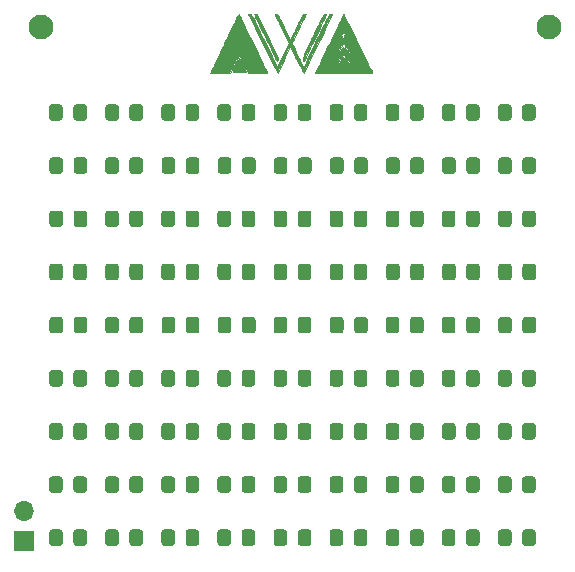
<source format=gbr>
%TF.GenerationSoftware,KiCad,Pcbnew,5.1.6*%
%TF.CreationDate,2020-08-08T21:56:00+02:00*%
%TF.ProjectId,unibatch-9x9,756e6962-6174-4636-982d-3978392e6b69,rev?*%
%TF.SameCoordinates,Original*%
%TF.FileFunction,Soldermask,Top*%
%TF.FilePolarity,Negative*%
%FSLAX46Y46*%
G04 Gerber Fmt 4.6, Leading zero omitted, Abs format (unit mm)*
G04 Created by KiCad (PCBNEW 5.1.6) date 2020-08-08 21:56:00*
%MOMM*%
%LPD*%
G01*
G04 APERTURE LIST*
%ADD10C,0.010000*%
%ADD11C,2.100000*%
%ADD12O,1.700000X1.700000*%
%ADD13R,1.700000X1.700000*%
G04 APERTURE END LIST*
D10*
%TO.C,Ref\u002A\u002A*%
G36*
X20227364Y-2472752D02*
G01*
X20285461Y-2586318D01*
X20372481Y-2760124D01*
X20484638Y-2986379D01*
X20618146Y-3257293D01*
X20769219Y-3565075D01*
X20934071Y-3901935D01*
X21108916Y-4260082D01*
X21289968Y-4631726D01*
X21473441Y-5009077D01*
X21655548Y-5384343D01*
X21832505Y-5749735D01*
X22000524Y-6097463D01*
X22155820Y-6419735D01*
X22294607Y-6708762D01*
X22413098Y-6956752D01*
X22507508Y-7155916D01*
X22574051Y-7298462D01*
X22608940Y-7376602D01*
X22613334Y-7389014D01*
X22571074Y-7407099D01*
X22444334Y-7420518D01*
X22233173Y-7429267D01*
X21937647Y-7433343D01*
X21806242Y-7433667D01*
X20999151Y-7433667D01*
X20615924Y-6639917D01*
X20232696Y-5846167D01*
X20052674Y-6227167D01*
X19950664Y-6443399D01*
X19832750Y-6693859D01*
X19718913Y-6936091D01*
X19679114Y-7020917D01*
X19485577Y-7433667D01*
X18633957Y-7433667D01*
X18377165Y-7432174D01*
X18153076Y-7428006D01*
X17973996Y-7421631D01*
X17852229Y-7413518D01*
X17800079Y-7404134D01*
X17799186Y-7401917D01*
X17819770Y-7359137D01*
X17873538Y-7246303D01*
X17957422Y-7069875D01*
X18068356Y-6836314D01*
X18203273Y-6552079D01*
X18359109Y-6223632D01*
X18532795Y-5857433D01*
X18721267Y-5459941D01*
X18921457Y-5037617D01*
X18994950Y-4882549D01*
X19198313Y-4454802D01*
X19391418Y-4051281D01*
X19571190Y-3678241D01*
X19734552Y-3341939D01*
X19878431Y-3048630D01*
X19999750Y-2804570D01*
X20095434Y-2616014D01*
X20162409Y-2489219D01*
X20197598Y-2430440D01*
X20201977Y-2427216D01*
X20227364Y-2472752D01*
G37*
X20227364Y-2472752D02*
X20285461Y-2586318D01*
X20372481Y-2760124D01*
X20484638Y-2986379D01*
X20618146Y-3257293D01*
X20769219Y-3565075D01*
X20934071Y-3901935D01*
X21108916Y-4260082D01*
X21289968Y-4631726D01*
X21473441Y-5009077D01*
X21655548Y-5384343D01*
X21832505Y-5749735D01*
X22000524Y-6097463D01*
X22155820Y-6419735D01*
X22294607Y-6708762D01*
X22413098Y-6956752D01*
X22507508Y-7155916D01*
X22574051Y-7298462D01*
X22608940Y-7376602D01*
X22613334Y-7389014D01*
X22571074Y-7407099D01*
X22444334Y-7420518D01*
X22233173Y-7429267D01*
X21937647Y-7433343D01*
X21806242Y-7433667D01*
X20999151Y-7433667D01*
X20615924Y-6639917D01*
X20232696Y-5846167D01*
X20052674Y-6227167D01*
X19950664Y-6443399D01*
X19832750Y-6693859D01*
X19718913Y-6936091D01*
X19679114Y-7020917D01*
X19485577Y-7433667D01*
X18633957Y-7433667D01*
X18377165Y-7432174D01*
X18153076Y-7428006D01*
X17973996Y-7421631D01*
X17852229Y-7413518D01*
X17800079Y-7404134D01*
X17799186Y-7401917D01*
X17819770Y-7359137D01*
X17873538Y-7246303D01*
X17957422Y-7069875D01*
X18068356Y-6836314D01*
X18203273Y-6552079D01*
X18359109Y-6223632D01*
X18532795Y-5857433D01*
X18721267Y-5459941D01*
X18921457Y-5037617D01*
X18994950Y-4882549D01*
X19198313Y-4454802D01*
X19391418Y-4051281D01*
X19571190Y-3678241D01*
X19734552Y-3341939D01*
X19878431Y-3048630D01*
X19999750Y-2804570D01*
X20095434Y-2616014D01*
X20162409Y-2489219D01*
X20197598Y-2430440D01*
X20201977Y-2427216D01*
X20227364Y-2472752D01*
G36*
X29077601Y-2449296D02*
G01*
X29131718Y-2551583D01*
X29215304Y-2714707D01*
X29324593Y-2931008D01*
X29455817Y-3192828D01*
X29605209Y-3492510D01*
X29769001Y-3822394D01*
X29943427Y-4174823D01*
X30124718Y-4542139D01*
X30309109Y-4916683D01*
X30492831Y-5290798D01*
X30672117Y-5656824D01*
X30843200Y-6007105D01*
X31002313Y-6333981D01*
X31145688Y-6629794D01*
X31269558Y-6886887D01*
X31370156Y-7097601D01*
X31443715Y-7254278D01*
X31486467Y-7349260D01*
X31495854Y-7373823D01*
X31488880Y-7391651D01*
X31453223Y-7405658D01*
X31380420Y-7416276D01*
X31262012Y-7423934D01*
X31089536Y-7429065D01*
X30854533Y-7432098D01*
X30548540Y-7433466D01*
X30321104Y-7433667D01*
X29132667Y-7433667D01*
X29132667Y-6753835D01*
X29134922Y-6510156D01*
X29141269Y-6313462D01*
X29151080Y-6174476D01*
X29163726Y-6103918D01*
X29171104Y-6097759D01*
X29209787Y-6140960D01*
X29283495Y-6238553D01*
X29380359Y-6374441D01*
X29453905Y-6481257D01*
X29586108Y-6669491D01*
X29679875Y-6787378D01*
X29738475Y-6838256D01*
X29765178Y-6825464D01*
X29767667Y-6801639D01*
X29744779Y-6753905D01*
X29682156Y-6651210D01*
X29588864Y-6507780D01*
X29473967Y-6337844D01*
X29450779Y-6304222D01*
X29133892Y-5846167D01*
X29133279Y-5512900D01*
X29135125Y-5356444D01*
X29145826Y-5260524D01*
X29172104Y-5227164D01*
X29220677Y-5258387D01*
X29298268Y-5356216D01*
X29411596Y-5522674D01*
X29472421Y-5614990D01*
X29599965Y-5800810D01*
X29690548Y-5912867D01*
X29745776Y-5952768D01*
X29767255Y-5922124D01*
X29767667Y-5910741D01*
X29744873Y-5862276D01*
X29682471Y-5758689D01*
X29589432Y-5614204D01*
X29474727Y-5443042D01*
X29448490Y-5404698D01*
X29129313Y-4939915D01*
X29141573Y-4573863D01*
X29153834Y-4207810D01*
X29429000Y-4611941D01*
X29539960Y-4767732D01*
X29635944Y-4889184D01*
X29706442Y-4963869D01*
X29740309Y-4980111D01*
X29730431Y-4934432D01*
X29678863Y-4832910D01*
X29593119Y-4688605D01*
X29480713Y-4514574D01*
X29425445Y-4432967D01*
X29301533Y-4253821D01*
X29195792Y-4103437D01*
X29116763Y-3993767D01*
X29072988Y-3936762D01*
X29067066Y-3931475D01*
X28994122Y-4035611D01*
X28901494Y-4179661D01*
X28798143Y-4348179D01*
X28693030Y-4525716D01*
X28595117Y-4696826D01*
X28513365Y-4846060D01*
X28456733Y-4957972D01*
X28434184Y-5017113D01*
X28434719Y-5021560D01*
X28466968Y-5006700D01*
X28533373Y-4931449D01*
X28624319Y-4807892D01*
X28723815Y-4658155D01*
X28984500Y-4248780D01*
X28996704Y-4611689D01*
X29008909Y-4974599D01*
X28707633Y-5440802D01*
X28597226Y-5618458D01*
X28509811Y-5772375D01*
X28453087Y-5887965D01*
X28434757Y-5950639D01*
X28436112Y-5955147D01*
X28469957Y-5942281D01*
X28539209Y-5865260D01*
X28636604Y-5733058D01*
X28734769Y-5586061D01*
X29003672Y-5168834D01*
X29004670Y-5516939D01*
X29005667Y-5865045D01*
X28707502Y-6332935D01*
X28598596Y-6510461D01*
X28512039Y-6664421D01*
X28455541Y-6780094D01*
X28436810Y-6842756D01*
X28438118Y-6847393D01*
X28470832Y-6832972D01*
X28538331Y-6757198D01*
X28631680Y-6631223D01*
X28735722Y-6475897D01*
X29004546Y-6057834D01*
X29005106Y-6745750D01*
X29005667Y-7433667D01*
X27841500Y-7433667D01*
X27537452Y-7433146D01*
X27263026Y-7431678D01*
X27029029Y-7429399D01*
X26846271Y-7426450D01*
X26725558Y-7422969D01*
X26677699Y-7419095D01*
X26677334Y-7418719D01*
X26694971Y-7378184D01*
X26745422Y-7269020D01*
X26824995Y-7098990D01*
X26929998Y-6875856D01*
X27056739Y-6607382D01*
X27201526Y-6301330D01*
X27360667Y-5965465D01*
X27530471Y-5607548D01*
X27707246Y-5235342D01*
X27887299Y-4856612D01*
X28066939Y-4479120D01*
X28242474Y-4110628D01*
X28410212Y-3758900D01*
X28566461Y-3431699D01*
X28707530Y-3136788D01*
X28829726Y-2881929D01*
X28929358Y-2674887D01*
X29002734Y-2523423D01*
X29046161Y-2435302D01*
X29056721Y-2415502D01*
X29077601Y-2449296D01*
G37*
X29077601Y-2449296D02*
X29131718Y-2551583D01*
X29215304Y-2714707D01*
X29324593Y-2931008D01*
X29455817Y-3192828D01*
X29605209Y-3492510D01*
X29769001Y-3822394D01*
X29943427Y-4174823D01*
X30124718Y-4542139D01*
X30309109Y-4916683D01*
X30492831Y-5290798D01*
X30672117Y-5656824D01*
X30843200Y-6007105D01*
X31002313Y-6333981D01*
X31145688Y-6629794D01*
X31269558Y-6886887D01*
X31370156Y-7097601D01*
X31443715Y-7254278D01*
X31486467Y-7349260D01*
X31495854Y-7373823D01*
X31488880Y-7391651D01*
X31453223Y-7405658D01*
X31380420Y-7416276D01*
X31262012Y-7423934D01*
X31089536Y-7429065D01*
X30854533Y-7432098D01*
X30548540Y-7433466D01*
X30321104Y-7433667D01*
X29132667Y-7433667D01*
X29132667Y-6753835D01*
X29134922Y-6510156D01*
X29141269Y-6313462D01*
X29151080Y-6174476D01*
X29163726Y-6103918D01*
X29171104Y-6097759D01*
X29209787Y-6140960D01*
X29283495Y-6238553D01*
X29380359Y-6374441D01*
X29453905Y-6481257D01*
X29586108Y-6669491D01*
X29679875Y-6787378D01*
X29738475Y-6838256D01*
X29765178Y-6825464D01*
X29767667Y-6801639D01*
X29744779Y-6753905D01*
X29682156Y-6651210D01*
X29588864Y-6507780D01*
X29473967Y-6337844D01*
X29450779Y-6304222D01*
X29133892Y-5846167D01*
X29133279Y-5512900D01*
X29135125Y-5356444D01*
X29145826Y-5260524D01*
X29172104Y-5227164D01*
X29220677Y-5258387D01*
X29298268Y-5356216D01*
X29411596Y-5522674D01*
X29472421Y-5614990D01*
X29599965Y-5800810D01*
X29690548Y-5912867D01*
X29745776Y-5952768D01*
X29767255Y-5922124D01*
X29767667Y-5910741D01*
X29744873Y-5862276D01*
X29682471Y-5758689D01*
X29589432Y-5614204D01*
X29474727Y-5443042D01*
X29448490Y-5404698D01*
X29129313Y-4939915D01*
X29141573Y-4573863D01*
X29153834Y-4207810D01*
X29429000Y-4611941D01*
X29539960Y-4767732D01*
X29635944Y-4889184D01*
X29706442Y-4963869D01*
X29740309Y-4980111D01*
X29730431Y-4934432D01*
X29678863Y-4832910D01*
X29593119Y-4688605D01*
X29480713Y-4514574D01*
X29425445Y-4432967D01*
X29301533Y-4253821D01*
X29195792Y-4103437D01*
X29116763Y-3993767D01*
X29072988Y-3936762D01*
X29067066Y-3931475D01*
X28994122Y-4035611D01*
X28901494Y-4179661D01*
X28798143Y-4348179D01*
X28693030Y-4525716D01*
X28595117Y-4696826D01*
X28513365Y-4846060D01*
X28456733Y-4957972D01*
X28434184Y-5017113D01*
X28434719Y-5021560D01*
X28466968Y-5006700D01*
X28533373Y-4931449D01*
X28624319Y-4807892D01*
X28723815Y-4658155D01*
X28984500Y-4248780D01*
X28996704Y-4611689D01*
X29008909Y-4974599D01*
X28707633Y-5440802D01*
X28597226Y-5618458D01*
X28509811Y-5772375D01*
X28453087Y-5887965D01*
X28434757Y-5950639D01*
X28436112Y-5955147D01*
X28469957Y-5942281D01*
X28539209Y-5865260D01*
X28636604Y-5733058D01*
X28734769Y-5586061D01*
X29003672Y-5168834D01*
X29004670Y-5516939D01*
X29005667Y-5865045D01*
X28707502Y-6332935D01*
X28598596Y-6510461D01*
X28512039Y-6664421D01*
X28455541Y-6780094D01*
X28436810Y-6842756D01*
X28438118Y-6847393D01*
X28470832Y-6832972D01*
X28538331Y-6757198D01*
X28631680Y-6631223D01*
X28735722Y-6475897D01*
X29004546Y-6057834D01*
X29005106Y-6745750D01*
X29005667Y-7433667D01*
X27841500Y-7433667D01*
X27537452Y-7433146D01*
X27263026Y-7431678D01*
X27029029Y-7429399D01*
X26846271Y-7426450D01*
X26725558Y-7422969D01*
X26677699Y-7419095D01*
X26677334Y-7418719D01*
X26694971Y-7378184D01*
X26745422Y-7269020D01*
X26824995Y-7098990D01*
X26929998Y-6875856D01*
X27056739Y-6607382D01*
X27201526Y-6301330D01*
X27360667Y-5965465D01*
X27530471Y-5607548D01*
X27707246Y-5235342D01*
X27887299Y-4856612D01*
X28066939Y-4479120D01*
X28242474Y-4110628D01*
X28410212Y-3758900D01*
X28566461Y-3431699D01*
X28707530Y-3136788D01*
X28829726Y-2881929D01*
X28929358Y-2674887D01*
X29002734Y-2523423D01*
X29046161Y-2435302D01*
X29056721Y-2415502D01*
X29077601Y-2449296D01*
G36*
X25815977Y-2530771D02*
G01*
X25782126Y-2605061D01*
X25716937Y-2744307D01*
X25625788Y-2937173D01*
X25514052Y-3172321D01*
X25387105Y-3438415D01*
X25250323Y-3724117D01*
X25237588Y-3750667D01*
X25103596Y-4031312D01*
X24982345Y-4287850D01*
X24878514Y-4510173D01*
X24796781Y-4688175D01*
X24741825Y-4811750D01*
X24718325Y-4870790D01*
X24717798Y-4873528D01*
X24734924Y-4922981D01*
X24783597Y-5034410D01*
X24857861Y-5195633D01*
X24951758Y-5394467D01*
X25059330Y-5618730D01*
X25174620Y-5856237D01*
X25291672Y-6094808D01*
X25404527Y-6322258D01*
X25507228Y-6526405D01*
X25593818Y-6695066D01*
X25658339Y-6816059D01*
X25694834Y-6877200D01*
X25700042Y-6882213D01*
X25722104Y-6844808D01*
X25776925Y-6737481D01*
X25861261Y-6566945D01*
X25971871Y-6339912D01*
X26105514Y-6063092D01*
X26258949Y-5743197D01*
X26428933Y-5386939D01*
X26612225Y-5001029D01*
X26783167Y-4639667D01*
X27005508Y-4169053D01*
X27194856Y-3769290D01*
X27354234Y-3434606D01*
X27486668Y-3159229D01*
X27595181Y-2937385D01*
X27682797Y-2763303D01*
X27752540Y-2631209D01*
X27807433Y-2535331D01*
X27850501Y-2469897D01*
X27884768Y-2429134D01*
X27913257Y-2407269D01*
X27938992Y-2398530D01*
X27957917Y-2397120D01*
X28042439Y-2405482D01*
X28074334Y-2425210D01*
X28056611Y-2471914D01*
X28005922Y-2586359D01*
X27925985Y-2760786D01*
X27820518Y-2987436D01*
X27693240Y-3258550D01*
X27547870Y-3566370D01*
X27388126Y-3903137D01*
X27217726Y-4261091D01*
X27040388Y-4632475D01*
X26859832Y-5009530D01*
X26679775Y-5384496D01*
X26503937Y-5749615D01*
X26336035Y-6097128D01*
X26179787Y-6419276D01*
X26038914Y-6708301D01*
X25917132Y-6956444D01*
X25818160Y-7155946D01*
X25745717Y-7299047D01*
X25703522Y-7377991D01*
X25694287Y-7391334D01*
X25653952Y-7356726D01*
X25622470Y-7296084D01*
X25594321Y-7233731D01*
X25533753Y-7106616D01*
X25446126Y-6925748D01*
X25336800Y-6702134D01*
X25211135Y-6446784D01*
X25077950Y-6177679D01*
X24570199Y-5154525D01*
X24048923Y-6254523D01*
X23914061Y-6537339D01*
X23789710Y-6794739D01*
X23680749Y-7016890D01*
X23592060Y-7193956D01*
X23528522Y-7316102D01*
X23495015Y-7373493D01*
X23492246Y-7376401D01*
X23466534Y-7344536D01*
X23408068Y-7244395D01*
X23320984Y-7083908D01*
X23209420Y-6871006D01*
X23077513Y-6613618D01*
X22929400Y-6319676D01*
X22769219Y-5997109D01*
X22712285Y-5881390D01*
X22523615Y-5496743D01*
X22324825Y-5090980D01*
X22124111Y-4680868D01*
X21929672Y-4283168D01*
X21749702Y-3914645D01*
X21592400Y-3592062D01*
X21489317Y-3380250D01*
X21010907Y-2396000D01*
X21135850Y-2396000D01*
X21167513Y-2397965D01*
X21197828Y-2408407D01*
X21230671Y-2434150D01*
X21269917Y-2482017D01*
X21319440Y-2558830D01*
X21383116Y-2671412D01*
X21464820Y-2826586D01*
X21568426Y-3031175D01*
X21697810Y-3292002D01*
X21856847Y-3615890D01*
X22031455Y-3972917D01*
X22213752Y-4345774D01*
X22398550Y-4723459D01*
X22579357Y-5092725D01*
X22749684Y-5440327D01*
X22903040Y-5753020D01*
X23032933Y-6017558D01*
X23132874Y-6220696D01*
X23141641Y-6238482D01*
X23481167Y-6927131D01*
X23962625Y-5907216D01*
X24444082Y-4887302D01*
X23862451Y-3694568D01*
X23718490Y-3399031D01*
X23586178Y-3126799D01*
X23470177Y-2887510D01*
X23375149Y-2690803D01*
X23305754Y-2546319D01*
X23266656Y-2463696D01*
X23260048Y-2448917D01*
X23278156Y-2408100D01*
X23362617Y-2396000D01*
X23399481Y-2398665D01*
X23433986Y-2412099D01*
X23471001Y-2444462D01*
X23515394Y-2503912D01*
X23572034Y-2598608D01*
X23645791Y-2736710D01*
X23741534Y-2926376D01*
X23864131Y-3175765D01*
X24018451Y-3493036D01*
X24023532Y-3503503D01*
X24160684Y-3784338D01*
X24286076Y-4037790D01*
X24394983Y-4254574D01*
X24482681Y-4425406D01*
X24544448Y-4540998D01*
X24575558Y-4592067D01*
X24578091Y-4593586D01*
X24599903Y-4552271D01*
X24653072Y-4444238D01*
X24732851Y-4279349D01*
X24834494Y-4067469D01*
X24953255Y-3818462D01*
X25084386Y-3542192D01*
X25105938Y-3496667D01*
X25255645Y-3180991D01*
X25374337Y-2933535D01*
X25466958Y-2745867D01*
X25538449Y-2609556D01*
X25593754Y-2516169D01*
X25637816Y-2457276D01*
X25675579Y-2424444D01*
X25711984Y-2409242D01*
X25746643Y-2403771D01*
X25876486Y-2390376D01*
X25815977Y-2530771D01*
G37*
X25815977Y-2530771D02*
X25782126Y-2605061D01*
X25716937Y-2744307D01*
X25625788Y-2937173D01*
X25514052Y-3172321D01*
X25387105Y-3438415D01*
X25250323Y-3724117D01*
X25237588Y-3750667D01*
X25103596Y-4031312D01*
X24982345Y-4287850D01*
X24878514Y-4510173D01*
X24796781Y-4688175D01*
X24741825Y-4811750D01*
X24718325Y-4870790D01*
X24717798Y-4873528D01*
X24734924Y-4922981D01*
X24783597Y-5034410D01*
X24857861Y-5195633D01*
X24951758Y-5394467D01*
X25059330Y-5618730D01*
X25174620Y-5856237D01*
X25291672Y-6094808D01*
X25404527Y-6322258D01*
X25507228Y-6526405D01*
X25593818Y-6695066D01*
X25658339Y-6816059D01*
X25694834Y-6877200D01*
X25700042Y-6882213D01*
X25722104Y-6844808D01*
X25776925Y-6737481D01*
X25861261Y-6566945D01*
X25971871Y-6339912D01*
X26105514Y-6063092D01*
X26258949Y-5743197D01*
X26428933Y-5386939D01*
X26612225Y-5001029D01*
X26783167Y-4639667D01*
X27005508Y-4169053D01*
X27194856Y-3769290D01*
X27354234Y-3434606D01*
X27486668Y-3159229D01*
X27595181Y-2937385D01*
X27682797Y-2763303D01*
X27752540Y-2631209D01*
X27807433Y-2535331D01*
X27850501Y-2469897D01*
X27884768Y-2429134D01*
X27913257Y-2407269D01*
X27938992Y-2398530D01*
X27957917Y-2397120D01*
X28042439Y-2405482D01*
X28074334Y-2425210D01*
X28056611Y-2471914D01*
X28005922Y-2586359D01*
X27925985Y-2760786D01*
X27820518Y-2987436D01*
X27693240Y-3258550D01*
X27547870Y-3566370D01*
X27388126Y-3903137D01*
X27217726Y-4261091D01*
X27040388Y-4632475D01*
X26859832Y-5009530D01*
X26679775Y-5384496D01*
X26503937Y-5749615D01*
X26336035Y-6097128D01*
X26179787Y-6419276D01*
X26038914Y-6708301D01*
X25917132Y-6956444D01*
X25818160Y-7155946D01*
X25745717Y-7299047D01*
X25703522Y-7377991D01*
X25694287Y-7391334D01*
X25653952Y-7356726D01*
X25622470Y-7296084D01*
X25594321Y-7233731D01*
X25533753Y-7106616D01*
X25446126Y-6925748D01*
X25336800Y-6702134D01*
X25211135Y-6446784D01*
X25077950Y-6177679D01*
X24570199Y-5154525D01*
X24048923Y-6254523D01*
X23914061Y-6537339D01*
X23789710Y-6794739D01*
X23680749Y-7016890D01*
X23592060Y-7193956D01*
X23528522Y-7316102D01*
X23495015Y-7373493D01*
X23492246Y-7376401D01*
X23466534Y-7344536D01*
X23408068Y-7244395D01*
X23320984Y-7083908D01*
X23209420Y-6871006D01*
X23077513Y-6613618D01*
X22929400Y-6319676D01*
X22769219Y-5997109D01*
X22712285Y-5881390D01*
X22523615Y-5496743D01*
X22324825Y-5090980D01*
X22124111Y-4680868D01*
X21929672Y-4283168D01*
X21749702Y-3914645D01*
X21592400Y-3592062D01*
X21489317Y-3380250D01*
X21010907Y-2396000D01*
X21135850Y-2396000D01*
X21167513Y-2397965D01*
X21197828Y-2408407D01*
X21230671Y-2434150D01*
X21269917Y-2482017D01*
X21319440Y-2558830D01*
X21383116Y-2671412D01*
X21464820Y-2826586D01*
X21568426Y-3031175D01*
X21697810Y-3292002D01*
X21856847Y-3615890D01*
X22031455Y-3972917D01*
X22213752Y-4345774D01*
X22398550Y-4723459D01*
X22579357Y-5092725D01*
X22749684Y-5440327D01*
X22903040Y-5753020D01*
X23032933Y-6017558D01*
X23132874Y-6220696D01*
X23141641Y-6238482D01*
X23481167Y-6927131D01*
X23962625Y-5907216D01*
X24444082Y-4887302D01*
X23862451Y-3694568D01*
X23718490Y-3399031D01*
X23586178Y-3126799D01*
X23470177Y-2887510D01*
X23375149Y-2690803D01*
X23305754Y-2546319D01*
X23266656Y-2463696D01*
X23260048Y-2448917D01*
X23278156Y-2408100D01*
X23362617Y-2396000D01*
X23399481Y-2398665D01*
X23433986Y-2412099D01*
X23471001Y-2444462D01*
X23515394Y-2503912D01*
X23572034Y-2598608D01*
X23645791Y-2736710D01*
X23741534Y-2926376D01*
X23864131Y-3175765D01*
X24018451Y-3493036D01*
X24023532Y-3503503D01*
X24160684Y-3784338D01*
X24286076Y-4037790D01*
X24394983Y-4254574D01*
X24482681Y-4425406D01*
X24544448Y-4540998D01*
X24575558Y-4592067D01*
X24578091Y-4593586D01*
X24599903Y-4552271D01*
X24653072Y-4444238D01*
X24732851Y-4279349D01*
X24834494Y-4067469D01*
X24953255Y-3818462D01*
X25084386Y-3542192D01*
X25105938Y-3496667D01*
X25255645Y-3180991D01*
X25374337Y-2933535D01*
X25466958Y-2745867D01*
X25538449Y-2609556D01*
X25593754Y-2516169D01*
X25637816Y-2457276D01*
X25675579Y-2424444D01*
X25711984Y-2409242D01*
X25746643Y-2403771D01*
X25876486Y-2390376D01*
X25815977Y-2530771D01*
G36*
X20245163Y-6157127D02*
G01*
X20295400Y-6248457D01*
X20366164Y-6384973D01*
X20449730Y-6550947D01*
X20538373Y-6730649D01*
X20624368Y-6908352D01*
X20699991Y-7068328D01*
X20757515Y-7194847D01*
X20789216Y-7272181D01*
X20793000Y-7286893D01*
X20753288Y-7294249D01*
X20644630Y-7300364D01*
X20482745Y-7304674D01*
X20283351Y-7306613D01*
X20242667Y-7306667D01*
X20037942Y-7304985D01*
X19867750Y-7300383D01*
X19747808Y-7293528D01*
X19693834Y-7285083D01*
X19692334Y-7283360D01*
X19709113Y-7238109D01*
X19754327Y-7133031D01*
X19820291Y-6984872D01*
X19899316Y-6810381D01*
X19983718Y-6626304D01*
X20065810Y-6449389D01*
X20137906Y-6296384D01*
X20192320Y-6184035D01*
X20221365Y-6129090D01*
X20223178Y-6126711D01*
X20245163Y-6157127D01*
G37*
X20245163Y-6157127D02*
X20295400Y-6248457D01*
X20366164Y-6384973D01*
X20449730Y-6550947D01*
X20538373Y-6730649D01*
X20624368Y-6908352D01*
X20699991Y-7068328D01*
X20757515Y-7194847D01*
X20789216Y-7272181D01*
X20793000Y-7286893D01*
X20753288Y-7294249D01*
X20644630Y-7300364D01*
X20482745Y-7304674D01*
X20283351Y-7306613D01*
X20242667Y-7306667D01*
X20037942Y-7304985D01*
X19867750Y-7300383D01*
X19747808Y-7293528D01*
X19693834Y-7285083D01*
X19692334Y-7283360D01*
X19709113Y-7238109D01*
X19754327Y-7133031D01*
X19820291Y-6984872D01*
X19899316Y-6810381D01*
X19983718Y-6626304D01*
X20065810Y-6449389D01*
X20137906Y-6296384D01*
X20192320Y-6184035D01*
X20221365Y-6129090D01*
X20223178Y-6126711D01*
X20245163Y-6157127D01*
G36*
X21656843Y-2400582D02*
G01*
X21685075Y-2413595D01*
X21717179Y-2442679D01*
X21756554Y-2494071D01*
X21806600Y-2574009D01*
X21870715Y-2688731D01*
X21952300Y-2844476D01*
X22054753Y-3047481D01*
X22181473Y-3303984D01*
X22335859Y-3620224D01*
X22521312Y-4002439D01*
X22661386Y-4291817D01*
X22868729Y-4720681D01*
X23041879Y-5080026D01*
X23183661Y-5376480D01*
X23296898Y-5616670D01*
X23384413Y-5807224D01*
X23449031Y-5954769D01*
X23493576Y-6065933D01*
X23520870Y-6147343D01*
X23533739Y-6205626D01*
X23535005Y-6247411D01*
X23527492Y-6279324D01*
X23517549Y-6301250D01*
X23472966Y-6382387D01*
X23447743Y-6417622D01*
X23447429Y-6417667D01*
X23427493Y-6380753D01*
X23374096Y-6274728D01*
X23290714Y-6106664D01*
X23180821Y-5883637D01*
X23047893Y-5612721D01*
X22895404Y-5300988D01*
X22726829Y-4955513D01*
X22545643Y-4583370D01*
X22474850Y-4437754D01*
X22289797Y-4056388D01*
X22116442Y-3698010D01*
X21958233Y-3369828D01*
X21818621Y-3079053D01*
X21701055Y-2832895D01*
X21608985Y-2638563D01*
X21545862Y-2503267D01*
X21515135Y-2434217D01*
X21512667Y-2426921D01*
X21549219Y-2404914D01*
X21629084Y-2397400D01*
X21656843Y-2400582D01*
G37*
X21656843Y-2400582D02*
X21685075Y-2413595D01*
X21717179Y-2442679D01*
X21756554Y-2494071D01*
X21806600Y-2574009D01*
X21870715Y-2688731D01*
X21952300Y-2844476D01*
X22054753Y-3047481D01*
X22181473Y-3303984D01*
X22335859Y-3620224D01*
X22521312Y-4002439D01*
X22661386Y-4291817D01*
X22868729Y-4720681D01*
X23041879Y-5080026D01*
X23183661Y-5376480D01*
X23296898Y-5616670D01*
X23384413Y-5807224D01*
X23449031Y-5954769D01*
X23493576Y-6065933D01*
X23520870Y-6147343D01*
X23533739Y-6205626D01*
X23535005Y-6247411D01*
X23527492Y-6279324D01*
X23517549Y-6301250D01*
X23472966Y-6382387D01*
X23447743Y-6417622D01*
X23447429Y-6417667D01*
X23427493Y-6380753D01*
X23374096Y-6274728D01*
X23290714Y-6106664D01*
X23180821Y-5883637D01*
X23047893Y-5612721D01*
X22895404Y-5300988D01*
X22726829Y-4955513D01*
X22545643Y-4583370D01*
X22474850Y-4437754D01*
X22289797Y-4056388D01*
X22116442Y-3698010D01*
X21958233Y-3369828D01*
X21818621Y-3079053D01*
X21701055Y-2832895D01*
X21608985Y-2638563D01*
X21545862Y-2503267D01*
X21515135Y-2434217D01*
X21512667Y-2426921D01*
X21549219Y-2404914D01*
X21629084Y-2397400D01*
X21656843Y-2400582D01*
G36*
X27540912Y-2405399D02*
G01*
X27561054Y-2444329D01*
X27559465Y-2453132D01*
X27538201Y-2507478D01*
X27485443Y-2627837D01*
X27405294Y-2805468D01*
X27301853Y-3031631D01*
X27179223Y-3297588D01*
X27041503Y-3594598D01*
X26892795Y-3913921D01*
X26737199Y-4246817D01*
X26578817Y-4584547D01*
X26421750Y-4918371D01*
X26270099Y-5239548D01*
X26127964Y-5539339D01*
X25999446Y-5809005D01*
X25888647Y-6039804D01*
X25799668Y-6222998D01*
X25736609Y-6349847D01*
X25703571Y-6411610D01*
X25699879Y-6416232D01*
X25666481Y-6383319D01*
X25624431Y-6306847D01*
X25615110Y-6276803D01*
X25614048Y-6237260D01*
X25624002Y-6181588D01*
X25647727Y-6103156D01*
X25687980Y-5995331D01*
X25747515Y-5851484D01*
X25829089Y-5664983D01*
X25935458Y-5429197D01*
X26069377Y-5137495D01*
X26233602Y-4783246D01*
X26430890Y-4359819D01*
X26455726Y-4306597D01*
X26656685Y-3876429D01*
X26825399Y-3516751D01*
X26965200Y-3221222D01*
X27079418Y-2983501D01*
X27171384Y-2797249D01*
X27244430Y-2656125D01*
X27301887Y-2553789D01*
X27347086Y-2483900D01*
X27383357Y-2440119D01*
X27414033Y-2416105D01*
X27442444Y-2405517D01*
X27455638Y-2403413D01*
X27540912Y-2405399D01*
G37*
X27540912Y-2405399D02*
X27561054Y-2444329D01*
X27559465Y-2453132D01*
X27538201Y-2507478D01*
X27485443Y-2627837D01*
X27405294Y-2805468D01*
X27301853Y-3031631D01*
X27179223Y-3297588D01*
X27041503Y-3594598D01*
X26892795Y-3913921D01*
X26737199Y-4246817D01*
X26578817Y-4584547D01*
X26421750Y-4918371D01*
X26270099Y-5239548D01*
X26127964Y-5539339D01*
X25999446Y-5809005D01*
X25888647Y-6039804D01*
X25799668Y-6222998D01*
X25736609Y-6349847D01*
X25703571Y-6411610D01*
X25699879Y-6416232D01*
X25666481Y-6383319D01*
X25624431Y-6306847D01*
X25615110Y-6276803D01*
X25614048Y-6237260D01*
X25624002Y-6181588D01*
X25647727Y-6103156D01*
X25687980Y-5995331D01*
X25747515Y-5851484D01*
X25829089Y-5664983D01*
X25935458Y-5429197D01*
X26069377Y-5137495D01*
X26233602Y-4783246D01*
X26430890Y-4359819D01*
X26455726Y-4306597D01*
X26656685Y-3876429D01*
X26825399Y-3516751D01*
X26965200Y-3221222D01*
X27079418Y-2983501D01*
X27171384Y-2797249D01*
X27244430Y-2656125D01*
X27301887Y-2553789D01*
X27347086Y-2483900D01*
X27383357Y-2440119D01*
X27414033Y-2416105D01*
X27442444Y-2405517D01*
X27455638Y-2403413D01*
X27540912Y-2405399D01*
%TD*%
%TO.C,D15*%
G36*
G01*
X29975000Y-15700001D02*
X29975000Y-14799999D01*
G75*
G02*
X30224999Y-14550000I249999J0D01*
G01*
X30875001Y-14550000D01*
G75*
G02*
X31125000Y-14799999I0J-249999D01*
G01*
X31125000Y-15700001D01*
G75*
G02*
X30875001Y-15950000I-249999J0D01*
G01*
X30224999Y-15950000D01*
G75*
G02*
X29975000Y-15700001I0J249999D01*
G01*
G37*
G36*
G01*
X27925000Y-15700001D02*
X27925000Y-14799999D01*
G75*
G02*
X28174999Y-14550000I249999J0D01*
G01*
X28825001Y-14550000D01*
G75*
G02*
X29075000Y-14799999I0J-249999D01*
G01*
X29075000Y-15700001D01*
G75*
G02*
X28825001Y-15950000I-249999J0D01*
G01*
X28174999Y-15950000D01*
G75*
G02*
X27925000Y-15700001I0J249999D01*
G01*
G37*
%TD*%
D11*
%TO.C,REF\u002A\u002A*%
X3500000Y-3500000D03*
%TD*%
%TO.C,REF\u002A\u002A*%
X46500000Y-3500000D03*
%TD*%
%TO.C,D81*%
G36*
G01*
X44200000Y-47200001D02*
X44200000Y-46299999D01*
G75*
G02*
X44449999Y-46050000I249999J0D01*
G01*
X45100001Y-46050000D01*
G75*
G02*
X45350000Y-46299999I0J-249999D01*
G01*
X45350000Y-47200001D01*
G75*
G02*
X45100001Y-47450000I-249999J0D01*
G01*
X44449999Y-47450000D01*
G75*
G02*
X44200000Y-47200001I0J249999D01*
G01*
G37*
G36*
G01*
X42150000Y-47200001D02*
X42150000Y-46299999D01*
G75*
G02*
X42399999Y-46050000I249999J0D01*
G01*
X43050001Y-46050000D01*
G75*
G02*
X43300000Y-46299999I0J-249999D01*
G01*
X43300000Y-47200001D01*
G75*
G02*
X43050001Y-47450000I-249999J0D01*
G01*
X42399999Y-47450000D01*
G75*
G02*
X42150000Y-47200001I0J249999D01*
G01*
G37*
%TD*%
%TO.C,D80*%
G36*
G01*
X39450000Y-47200001D02*
X39450000Y-46299999D01*
G75*
G02*
X39699999Y-46050000I249999J0D01*
G01*
X40350001Y-46050000D01*
G75*
G02*
X40600000Y-46299999I0J-249999D01*
G01*
X40600000Y-47200001D01*
G75*
G02*
X40350001Y-47450000I-249999J0D01*
G01*
X39699999Y-47450000D01*
G75*
G02*
X39450000Y-47200001I0J249999D01*
G01*
G37*
G36*
G01*
X37400000Y-47200001D02*
X37400000Y-46299999D01*
G75*
G02*
X37649999Y-46050000I249999J0D01*
G01*
X38300001Y-46050000D01*
G75*
G02*
X38550000Y-46299999I0J-249999D01*
G01*
X38550000Y-47200001D01*
G75*
G02*
X38300001Y-47450000I-249999J0D01*
G01*
X37649999Y-47450000D01*
G75*
G02*
X37400000Y-47200001I0J249999D01*
G01*
G37*
%TD*%
%TO.C,D79*%
G36*
G01*
X34700000Y-47200001D02*
X34700000Y-46299999D01*
G75*
G02*
X34949999Y-46050000I249999J0D01*
G01*
X35600001Y-46050000D01*
G75*
G02*
X35850000Y-46299999I0J-249999D01*
G01*
X35850000Y-47200001D01*
G75*
G02*
X35600001Y-47450000I-249999J0D01*
G01*
X34949999Y-47450000D01*
G75*
G02*
X34700000Y-47200001I0J249999D01*
G01*
G37*
G36*
G01*
X32650000Y-47200001D02*
X32650000Y-46299999D01*
G75*
G02*
X32899999Y-46050000I249999J0D01*
G01*
X33550001Y-46050000D01*
G75*
G02*
X33800000Y-46299999I0J-249999D01*
G01*
X33800000Y-47200001D01*
G75*
G02*
X33550001Y-47450000I-249999J0D01*
G01*
X32899999Y-47450000D01*
G75*
G02*
X32650000Y-47200001I0J249999D01*
G01*
G37*
%TD*%
%TO.C,D78*%
G36*
G01*
X29950000Y-47200001D02*
X29950000Y-46299999D01*
G75*
G02*
X30199999Y-46050000I249999J0D01*
G01*
X30850001Y-46050000D01*
G75*
G02*
X31100000Y-46299999I0J-249999D01*
G01*
X31100000Y-47200001D01*
G75*
G02*
X30850001Y-47450000I-249999J0D01*
G01*
X30199999Y-47450000D01*
G75*
G02*
X29950000Y-47200001I0J249999D01*
G01*
G37*
G36*
G01*
X27900000Y-47200001D02*
X27900000Y-46299999D01*
G75*
G02*
X28149999Y-46050000I249999J0D01*
G01*
X28800001Y-46050000D01*
G75*
G02*
X29050000Y-46299999I0J-249999D01*
G01*
X29050000Y-47200001D01*
G75*
G02*
X28800001Y-47450000I-249999J0D01*
G01*
X28149999Y-47450000D01*
G75*
G02*
X27900000Y-47200001I0J249999D01*
G01*
G37*
%TD*%
%TO.C,D77*%
G36*
G01*
X25200000Y-47200001D02*
X25200000Y-46299999D01*
G75*
G02*
X25449999Y-46050000I249999J0D01*
G01*
X26100001Y-46050000D01*
G75*
G02*
X26350000Y-46299999I0J-249999D01*
G01*
X26350000Y-47200001D01*
G75*
G02*
X26100001Y-47450000I-249999J0D01*
G01*
X25449999Y-47450000D01*
G75*
G02*
X25200000Y-47200001I0J249999D01*
G01*
G37*
G36*
G01*
X23150000Y-47200001D02*
X23150000Y-46299999D01*
G75*
G02*
X23399999Y-46050000I249999J0D01*
G01*
X24050001Y-46050000D01*
G75*
G02*
X24300000Y-46299999I0J-249999D01*
G01*
X24300000Y-47200001D01*
G75*
G02*
X24050001Y-47450000I-249999J0D01*
G01*
X23399999Y-47450000D01*
G75*
G02*
X23150000Y-47200001I0J249999D01*
G01*
G37*
%TD*%
%TO.C,D76*%
G36*
G01*
X20450000Y-47200001D02*
X20450000Y-46299999D01*
G75*
G02*
X20699999Y-46050000I249999J0D01*
G01*
X21350001Y-46050000D01*
G75*
G02*
X21600000Y-46299999I0J-249999D01*
G01*
X21600000Y-47200001D01*
G75*
G02*
X21350001Y-47450000I-249999J0D01*
G01*
X20699999Y-47450000D01*
G75*
G02*
X20450000Y-47200001I0J249999D01*
G01*
G37*
G36*
G01*
X18400000Y-47200001D02*
X18400000Y-46299999D01*
G75*
G02*
X18649999Y-46050000I249999J0D01*
G01*
X19300001Y-46050000D01*
G75*
G02*
X19550000Y-46299999I0J-249999D01*
G01*
X19550000Y-47200001D01*
G75*
G02*
X19300001Y-47450000I-249999J0D01*
G01*
X18649999Y-47450000D01*
G75*
G02*
X18400000Y-47200001I0J249999D01*
G01*
G37*
%TD*%
%TO.C,D75*%
G36*
G01*
X15700000Y-47200001D02*
X15700000Y-46299999D01*
G75*
G02*
X15949999Y-46050000I249999J0D01*
G01*
X16600001Y-46050000D01*
G75*
G02*
X16850000Y-46299999I0J-249999D01*
G01*
X16850000Y-47200001D01*
G75*
G02*
X16600001Y-47450000I-249999J0D01*
G01*
X15949999Y-47450000D01*
G75*
G02*
X15700000Y-47200001I0J249999D01*
G01*
G37*
G36*
G01*
X13650000Y-47200001D02*
X13650000Y-46299999D01*
G75*
G02*
X13899999Y-46050000I249999J0D01*
G01*
X14550001Y-46050000D01*
G75*
G02*
X14800000Y-46299999I0J-249999D01*
G01*
X14800000Y-47200001D01*
G75*
G02*
X14550001Y-47450000I-249999J0D01*
G01*
X13899999Y-47450000D01*
G75*
G02*
X13650000Y-47200001I0J249999D01*
G01*
G37*
%TD*%
%TO.C,D74*%
G36*
G01*
X10950000Y-47200001D02*
X10950000Y-46299999D01*
G75*
G02*
X11199999Y-46050000I249999J0D01*
G01*
X11850001Y-46050000D01*
G75*
G02*
X12100000Y-46299999I0J-249999D01*
G01*
X12100000Y-47200001D01*
G75*
G02*
X11850001Y-47450000I-249999J0D01*
G01*
X11199999Y-47450000D01*
G75*
G02*
X10950000Y-47200001I0J249999D01*
G01*
G37*
G36*
G01*
X8900000Y-47200001D02*
X8900000Y-46299999D01*
G75*
G02*
X9149999Y-46050000I249999J0D01*
G01*
X9800001Y-46050000D01*
G75*
G02*
X10050000Y-46299999I0J-249999D01*
G01*
X10050000Y-47200001D01*
G75*
G02*
X9800001Y-47450000I-249999J0D01*
G01*
X9149999Y-47450000D01*
G75*
G02*
X8900000Y-47200001I0J249999D01*
G01*
G37*
%TD*%
%TO.C,D73*%
G36*
G01*
X6200000Y-47200001D02*
X6200000Y-46299999D01*
G75*
G02*
X6449999Y-46050000I249999J0D01*
G01*
X7100001Y-46050000D01*
G75*
G02*
X7350000Y-46299999I0J-249999D01*
G01*
X7350000Y-47200001D01*
G75*
G02*
X7100001Y-47450000I-249999J0D01*
G01*
X6449999Y-47450000D01*
G75*
G02*
X6200000Y-47200001I0J249999D01*
G01*
G37*
G36*
G01*
X4150000Y-47200001D02*
X4150000Y-46299999D01*
G75*
G02*
X4399999Y-46050000I249999J0D01*
G01*
X5050001Y-46050000D01*
G75*
G02*
X5300000Y-46299999I0J-249999D01*
G01*
X5300000Y-47200001D01*
G75*
G02*
X5050001Y-47450000I-249999J0D01*
G01*
X4399999Y-47450000D01*
G75*
G02*
X4150000Y-47200001I0J249999D01*
G01*
G37*
%TD*%
%TO.C,D72*%
G36*
G01*
X44200000Y-42700001D02*
X44200000Y-41799999D01*
G75*
G02*
X44449999Y-41550000I249999J0D01*
G01*
X45100001Y-41550000D01*
G75*
G02*
X45350000Y-41799999I0J-249999D01*
G01*
X45350000Y-42700001D01*
G75*
G02*
X45100001Y-42950000I-249999J0D01*
G01*
X44449999Y-42950000D01*
G75*
G02*
X44200000Y-42700001I0J249999D01*
G01*
G37*
G36*
G01*
X42150000Y-42700001D02*
X42150000Y-41799999D01*
G75*
G02*
X42399999Y-41550000I249999J0D01*
G01*
X43050001Y-41550000D01*
G75*
G02*
X43300000Y-41799999I0J-249999D01*
G01*
X43300000Y-42700001D01*
G75*
G02*
X43050001Y-42950000I-249999J0D01*
G01*
X42399999Y-42950000D01*
G75*
G02*
X42150000Y-42700001I0J249999D01*
G01*
G37*
%TD*%
%TO.C,D71*%
G36*
G01*
X39450000Y-42700001D02*
X39450000Y-41799999D01*
G75*
G02*
X39699999Y-41550000I249999J0D01*
G01*
X40350001Y-41550000D01*
G75*
G02*
X40600000Y-41799999I0J-249999D01*
G01*
X40600000Y-42700001D01*
G75*
G02*
X40350001Y-42950000I-249999J0D01*
G01*
X39699999Y-42950000D01*
G75*
G02*
X39450000Y-42700001I0J249999D01*
G01*
G37*
G36*
G01*
X37400000Y-42700001D02*
X37400000Y-41799999D01*
G75*
G02*
X37649999Y-41550000I249999J0D01*
G01*
X38300001Y-41550000D01*
G75*
G02*
X38550000Y-41799999I0J-249999D01*
G01*
X38550000Y-42700001D01*
G75*
G02*
X38300001Y-42950000I-249999J0D01*
G01*
X37649999Y-42950000D01*
G75*
G02*
X37400000Y-42700001I0J249999D01*
G01*
G37*
%TD*%
%TO.C,D70*%
G36*
G01*
X34700000Y-42700001D02*
X34700000Y-41799999D01*
G75*
G02*
X34949999Y-41550000I249999J0D01*
G01*
X35600001Y-41550000D01*
G75*
G02*
X35850000Y-41799999I0J-249999D01*
G01*
X35850000Y-42700001D01*
G75*
G02*
X35600001Y-42950000I-249999J0D01*
G01*
X34949999Y-42950000D01*
G75*
G02*
X34700000Y-42700001I0J249999D01*
G01*
G37*
G36*
G01*
X32650000Y-42700001D02*
X32650000Y-41799999D01*
G75*
G02*
X32899999Y-41550000I249999J0D01*
G01*
X33550001Y-41550000D01*
G75*
G02*
X33800000Y-41799999I0J-249999D01*
G01*
X33800000Y-42700001D01*
G75*
G02*
X33550001Y-42950000I-249999J0D01*
G01*
X32899999Y-42950000D01*
G75*
G02*
X32650000Y-42700001I0J249999D01*
G01*
G37*
%TD*%
%TO.C,D69*%
G36*
G01*
X29950000Y-42700001D02*
X29950000Y-41799999D01*
G75*
G02*
X30199999Y-41550000I249999J0D01*
G01*
X30850001Y-41550000D01*
G75*
G02*
X31100000Y-41799999I0J-249999D01*
G01*
X31100000Y-42700001D01*
G75*
G02*
X30850001Y-42950000I-249999J0D01*
G01*
X30199999Y-42950000D01*
G75*
G02*
X29950000Y-42700001I0J249999D01*
G01*
G37*
G36*
G01*
X27900000Y-42700001D02*
X27900000Y-41799999D01*
G75*
G02*
X28149999Y-41550000I249999J0D01*
G01*
X28800001Y-41550000D01*
G75*
G02*
X29050000Y-41799999I0J-249999D01*
G01*
X29050000Y-42700001D01*
G75*
G02*
X28800001Y-42950000I-249999J0D01*
G01*
X28149999Y-42950000D01*
G75*
G02*
X27900000Y-42700001I0J249999D01*
G01*
G37*
%TD*%
%TO.C,D68*%
G36*
G01*
X25200000Y-42700001D02*
X25200000Y-41799999D01*
G75*
G02*
X25449999Y-41550000I249999J0D01*
G01*
X26100001Y-41550000D01*
G75*
G02*
X26350000Y-41799999I0J-249999D01*
G01*
X26350000Y-42700001D01*
G75*
G02*
X26100001Y-42950000I-249999J0D01*
G01*
X25449999Y-42950000D01*
G75*
G02*
X25200000Y-42700001I0J249999D01*
G01*
G37*
G36*
G01*
X23150000Y-42700001D02*
X23150000Y-41799999D01*
G75*
G02*
X23399999Y-41550000I249999J0D01*
G01*
X24050001Y-41550000D01*
G75*
G02*
X24300000Y-41799999I0J-249999D01*
G01*
X24300000Y-42700001D01*
G75*
G02*
X24050001Y-42950000I-249999J0D01*
G01*
X23399999Y-42950000D01*
G75*
G02*
X23150000Y-42700001I0J249999D01*
G01*
G37*
%TD*%
%TO.C,D67*%
G36*
G01*
X20450000Y-42700001D02*
X20450000Y-41799999D01*
G75*
G02*
X20699999Y-41550000I249999J0D01*
G01*
X21350001Y-41550000D01*
G75*
G02*
X21600000Y-41799999I0J-249999D01*
G01*
X21600000Y-42700001D01*
G75*
G02*
X21350001Y-42950000I-249999J0D01*
G01*
X20699999Y-42950000D01*
G75*
G02*
X20450000Y-42700001I0J249999D01*
G01*
G37*
G36*
G01*
X18400000Y-42700001D02*
X18400000Y-41799999D01*
G75*
G02*
X18649999Y-41550000I249999J0D01*
G01*
X19300001Y-41550000D01*
G75*
G02*
X19550000Y-41799999I0J-249999D01*
G01*
X19550000Y-42700001D01*
G75*
G02*
X19300001Y-42950000I-249999J0D01*
G01*
X18649999Y-42950000D01*
G75*
G02*
X18400000Y-42700001I0J249999D01*
G01*
G37*
%TD*%
%TO.C,D66*%
G36*
G01*
X15700000Y-42700001D02*
X15700000Y-41799999D01*
G75*
G02*
X15949999Y-41550000I249999J0D01*
G01*
X16600001Y-41550000D01*
G75*
G02*
X16850000Y-41799999I0J-249999D01*
G01*
X16850000Y-42700001D01*
G75*
G02*
X16600001Y-42950000I-249999J0D01*
G01*
X15949999Y-42950000D01*
G75*
G02*
X15700000Y-42700001I0J249999D01*
G01*
G37*
G36*
G01*
X13650000Y-42700001D02*
X13650000Y-41799999D01*
G75*
G02*
X13899999Y-41550000I249999J0D01*
G01*
X14550001Y-41550000D01*
G75*
G02*
X14800000Y-41799999I0J-249999D01*
G01*
X14800000Y-42700001D01*
G75*
G02*
X14550001Y-42950000I-249999J0D01*
G01*
X13899999Y-42950000D01*
G75*
G02*
X13650000Y-42700001I0J249999D01*
G01*
G37*
%TD*%
%TO.C,D65*%
G36*
G01*
X10950000Y-42700001D02*
X10950000Y-41799999D01*
G75*
G02*
X11199999Y-41550000I249999J0D01*
G01*
X11850001Y-41550000D01*
G75*
G02*
X12100000Y-41799999I0J-249999D01*
G01*
X12100000Y-42700001D01*
G75*
G02*
X11850001Y-42950000I-249999J0D01*
G01*
X11199999Y-42950000D01*
G75*
G02*
X10950000Y-42700001I0J249999D01*
G01*
G37*
G36*
G01*
X8900000Y-42700001D02*
X8900000Y-41799999D01*
G75*
G02*
X9149999Y-41550000I249999J0D01*
G01*
X9800001Y-41550000D01*
G75*
G02*
X10050000Y-41799999I0J-249999D01*
G01*
X10050000Y-42700001D01*
G75*
G02*
X9800001Y-42950000I-249999J0D01*
G01*
X9149999Y-42950000D01*
G75*
G02*
X8900000Y-42700001I0J249999D01*
G01*
G37*
%TD*%
%TO.C,D64*%
G36*
G01*
X6200000Y-42700001D02*
X6200000Y-41799999D01*
G75*
G02*
X6449999Y-41550000I249999J0D01*
G01*
X7100001Y-41550000D01*
G75*
G02*
X7350000Y-41799999I0J-249999D01*
G01*
X7350000Y-42700001D01*
G75*
G02*
X7100001Y-42950000I-249999J0D01*
G01*
X6449999Y-42950000D01*
G75*
G02*
X6200000Y-42700001I0J249999D01*
G01*
G37*
G36*
G01*
X4150000Y-42700001D02*
X4150000Y-41799999D01*
G75*
G02*
X4399999Y-41550000I249999J0D01*
G01*
X5050001Y-41550000D01*
G75*
G02*
X5300000Y-41799999I0J-249999D01*
G01*
X5300000Y-42700001D01*
G75*
G02*
X5050001Y-42950000I-249999J0D01*
G01*
X4399999Y-42950000D01*
G75*
G02*
X4150000Y-42700001I0J249999D01*
G01*
G37*
%TD*%
%TO.C,D63*%
G36*
G01*
X44200000Y-38200001D02*
X44200000Y-37299999D01*
G75*
G02*
X44449999Y-37050000I249999J0D01*
G01*
X45100001Y-37050000D01*
G75*
G02*
X45350000Y-37299999I0J-249999D01*
G01*
X45350000Y-38200001D01*
G75*
G02*
X45100001Y-38450000I-249999J0D01*
G01*
X44449999Y-38450000D01*
G75*
G02*
X44200000Y-38200001I0J249999D01*
G01*
G37*
G36*
G01*
X42150000Y-38200001D02*
X42150000Y-37299999D01*
G75*
G02*
X42399999Y-37050000I249999J0D01*
G01*
X43050001Y-37050000D01*
G75*
G02*
X43300000Y-37299999I0J-249999D01*
G01*
X43300000Y-38200001D01*
G75*
G02*
X43050001Y-38450000I-249999J0D01*
G01*
X42399999Y-38450000D01*
G75*
G02*
X42150000Y-38200001I0J249999D01*
G01*
G37*
%TD*%
%TO.C,D62*%
G36*
G01*
X39475000Y-38200001D02*
X39475000Y-37299999D01*
G75*
G02*
X39724999Y-37050000I249999J0D01*
G01*
X40375001Y-37050000D01*
G75*
G02*
X40625000Y-37299999I0J-249999D01*
G01*
X40625000Y-38200001D01*
G75*
G02*
X40375001Y-38450000I-249999J0D01*
G01*
X39724999Y-38450000D01*
G75*
G02*
X39475000Y-38200001I0J249999D01*
G01*
G37*
G36*
G01*
X37425000Y-38200001D02*
X37425000Y-37299999D01*
G75*
G02*
X37674999Y-37050000I249999J0D01*
G01*
X38325001Y-37050000D01*
G75*
G02*
X38575000Y-37299999I0J-249999D01*
G01*
X38575000Y-38200001D01*
G75*
G02*
X38325001Y-38450000I-249999J0D01*
G01*
X37674999Y-38450000D01*
G75*
G02*
X37425000Y-38200001I0J249999D01*
G01*
G37*
%TD*%
%TO.C,D61*%
G36*
G01*
X34700000Y-38200001D02*
X34700000Y-37299999D01*
G75*
G02*
X34949999Y-37050000I249999J0D01*
G01*
X35600001Y-37050000D01*
G75*
G02*
X35850000Y-37299999I0J-249999D01*
G01*
X35850000Y-38200001D01*
G75*
G02*
X35600001Y-38450000I-249999J0D01*
G01*
X34949999Y-38450000D01*
G75*
G02*
X34700000Y-38200001I0J249999D01*
G01*
G37*
G36*
G01*
X32650000Y-38200001D02*
X32650000Y-37299999D01*
G75*
G02*
X32899999Y-37050000I249999J0D01*
G01*
X33550001Y-37050000D01*
G75*
G02*
X33800000Y-37299999I0J-249999D01*
G01*
X33800000Y-38200001D01*
G75*
G02*
X33550001Y-38450000I-249999J0D01*
G01*
X32899999Y-38450000D01*
G75*
G02*
X32650000Y-38200001I0J249999D01*
G01*
G37*
%TD*%
%TO.C,D60*%
G36*
G01*
X29950000Y-38200001D02*
X29950000Y-37299999D01*
G75*
G02*
X30199999Y-37050000I249999J0D01*
G01*
X30850001Y-37050000D01*
G75*
G02*
X31100000Y-37299999I0J-249999D01*
G01*
X31100000Y-38200001D01*
G75*
G02*
X30850001Y-38450000I-249999J0D01*
G01*
X30199999Y-38450000D01*
G75*
G02*
X29950000Y-38200001I0J249999D01*
G01*
G37*
G36*
G01*
X27900000Y-38200001D02*
X27900000Y-37299999D01*
G75*
G02*
X28149999Y-37050000I249999J0D01*
G01*
X28800001Y-37050000D01*
G75*
G02*
X29050000Y-37299999I0J-249999D01*
G01*
X29050000Y-38200001D01*
G75*
G02*
X28800001Y-38450000I-249999J0D01*
G01*
X28149999Y-38450000D01*
G75*
G02*
X27900000Y-38200001I0J249999D01*
G01*
G37*
%TD*%
%TO.C,D59*%
G36*
G01*
X25200000Y-38200001D02*
X25200000Y-37299999D01*
G75*
G02*
X25449999Y-37050000I249999J0D01*
G01*
X26100001Y-37050000D01*
G75*
G02*
X26350000Y-37299999I0J-249999D01*
G01*
X26350000Y-38200001D01*
G75*
G02*
X26100001Y-38450000I-249999J0D01*
G01*
X25449999Y-38450000D01*
G75*
G02*
X25200000Y-38200001I0J249999D01*
G01*
G37*
G36*
G01*
X23150000Y-38200001D02*
X23150000Y-37299999D01*
G75*
G02*
X23399999Y-37050000I249999J0D01*
G01*
X24050001Y-37050000D01*
G75*
G02*
X24300000Y-37299999I0J-249999D01*
G01*
X24300000Y-38200001D01*
G75*
G02*
X24050001Y-38450000I-249999J0D01*
G01*
X23399999Y-38450000D01*
G75*
G02*
X23150000Y-38200001I0J249999D01*
G01*
G37*
%TD*%
%TO.C,D58*%
G36*
G01*
X20450000Y-38200001D02*
X20450000Y-37299999D01*
G75*
G02*
X20699999Y-37050000I249999J0D01*
G01*
X21350001Y-37050000D01*
G75*
G02*
X21600000Y-37299999I0J-249999D01*
G01*
X21600000Y-38200001D01*
G75*
G02*
X21350001Y-38450000I-249999J0D01*
G01*
X20699999Y-38450000D01*
G75*
G02*
X20450000Y-38200001I0J249999D01*
G01*
G37*
G36*
G01*
X18400000Y-38200001D02*
X18400000Y-37299999D01*
G75*
G02*
X18649999Y-37050000I249999J0D01*
G01*
X19300001Y-37050000D01*
G75*
G02*
X19550000Y-37299999I0J-249999D01*
G01*
X19550000Y-38200001D01*
G75*
G02*
X19300001Y-38450000I-249999J0D01*
G01*
X18649999Y-38450000D01*
G75*
G02*
X18400000Y-38200001I0J249999D01*
G01*
G37*
%TD*%
%TO.C,D57*%
G36*
G01*
X15700000Y-38200001D02*
X15700000Y-37299999D01*
G75*
G02*
X15949999Y-37050000I249999J0D01*
G01*
X16600001Y-37050000D01*
G75*
G02*
X16850000Y-37299999I0J-249999D01*
G01*
X16850000Y-38200001D01*
G75*
G02*
X16600001Y-38450000I-249999J0D01*
G01*
X15949999Y-38450000D01*
G75*
G02*
X15700000Y-38200001I0J249999D01*
G01*
G37*
G36*
G01*
X13650000Y-38200001D02*
X13650000Y-37299999D01*
G75*
G02*
X13899999Y-37050000I249999J0D01*
G01*
X14550001Y-37050000D01*
G75*
G02*
X14800000Y-37299999I0J-249999D01*
G01*
X14800000Y-38200001D01*
G75*
G02*
X14550001Y-38450000I-249999J0D01*
G01*
X13899999Y-38450000D01*
G75*
G02*
X13650000Y-38200001I0J249999D01*
G01*
G37*
%TD*%
%TO.C,D56*%
G36*
G01*
X10950000Y-38200001D02*
X10950000Y-37299999D01*
G75*
G02*
X11199999Y-37050000I249999J0D01*
G01*
X11850001Y-37050000D01*
G75*
G02*
X12100000Y-37299999I0J-249999D01*
G01*
X12100000Y-38200001D01*
G75*
G02*
X11850001Y-38450000I-249999J0D01*
G01*
X11199999Y-38450000D01*
G75*
G02*
X10950000Y-38200001I0J249999D01*
G01*
G37*
G36*
G01*
X8900000Y-38200001D02*
X8900000Y-37299999D01*
G75*
G02*
X9149999Y-37050000I249999J0D01*
G01*
X9800001Y-37050000D01*
G75*
G02*
X10050000Y-37299999I0J-249999D01*
G01*
X10050000Y-38200001D01*
G75*
G02*
X9800001Y-38450000I-249999J0D01*
G01*
X9149999Y-38450000D01*
G75*
G02*
X8900000Y-38200001I0J249999D01*
G01*
G37*
%TD*%
%TO.C,D55*%
G36*
G01*
X6200000Y-38200001D02*
X6200000Y-37299999D01*
G75*
G02*
X6449999Y-37050000I249999J0D01*
G01*
X7100001Y-37050000D01*
G75*
G02*
X7350000Y-37299999I0J-249999D01*
G01*
X7350000Y-38200001D01*
G75*
G02*
X7100001Y-38450000I-249999J0D01*
G01*
X6449999Y-38450000D01*
G75*
G02*
X6200000Y-38200001I0J249999D01*
G01*
G37*
G36*
G01*
X4150000Y-38200001D02*
X4150000Y-37299999D01*
G75*
G02*
X4399999Y-37050000I249999J0D01*
G01*
X5050001Y-37050000D01*
G75*
G02*
X5300000Y-37299999I0J-249999D01*
G01*
X5300000Y-38200001D01*
G75*
G02*
X5050001Y-38450000I-249999J0D01*
G01*
X4399999Y-38450000D01*
G75*
G02*
X4150000Y-38200001I0J249999D01*
G01*
G37*
%TD*%
%TO.C,D54*%
G36*
G01*
X44200000Y-33700001D02*
X44200000Y-32799999D01*
G75*
G02*
X44449999Y-32550000I249999J0D01*
G01*
X45100001Y-32550000D01*
G75*
G02*
X45350000Y-32799999I0J-249999D01*
G01*
X45350000Y-33700001D01*
G75*
G02*
X45100001Y-33950000I-249999J0D01*
G01*
X44449999Y-33950000D01*
G75*
G02*
X44200000Y-33700001I0J249999D01*
G01*
G37*
G36*
G01*
X42150000Y-33700001D02*
X42150000Y-32799999D01*
G75*
G02*
X42399999Y-32550000I249999J0D01*
G01*
X43050001Y-32550000D01*
G75*
G02*
X43300000Y-32799999I0J-249999D01*
G01*
X43300000Y-33700001D01*
G75*
G02*
X43050001Y-33950000I-249999J0D01*
G01*
X42399999Y-33950000D01*
G75*
G02*
X42150000Y-33700001I0J249999D01*
G01*
G37*
%TD*%
%TO.C,D53*%
G36*
G01*
X39450000Y-33700001D02*
X39450000Y-32799999D01*
G75*
G02*
X39699999Y-32550000I249999J0D01*
G01*
X40350001Y-32550000D01*
G75*
G02*
X40600000Y-32799999I0J-249999D01*
G01*
X40600000Y-33700001D01*
G75*
G02*
X40350001Y-33950000I-249999J0D01*
G01*
X39699999Y-33950000D01*
G75*
G02*
X39450000Y-33700001I0J249999D01*
G01*
G37*
G36*
G01*
X37400000Y-33700001D02*
X37400000Y-32799999D01*
G75*
G02*
X37649999Y-32550000I249999J0D01*
G01*
X38300001Y-32550000D01*
G75*
G02*
X38550000Y-32799999I0J-249999D01*
G01*
X38550000Y-33700001D01*
G75*
G02*
X38300001Y-33950000I-249999J0D01*
G01*
X37649999Y-33950000D01*
G75*
G02*
X37400000Y-33700001I0J249999D01*
G01*
G37*
%TD*%
%TO.C,D52*%
G36*
G01*
X34700000Y-33700001D02*
X34700000Y-32799999D01*
G75*
G02*
X34949999Y-32550000I249999J0D01*
G01*
X35600001Y-32550000D01*
G75*
G02*
X35850000Y-32799999I0J-249999D01*
G01*
X35850000Y-33700001D01*
G75*
G02*
X35600001Y-33950000I-249999J0D01*
G01*
X34949999Y-33950000D01*
G75*
G02*
X34700000Y-33700001I0J249999D01*
G01*
G37*
G36*
G01*
X32650000Y-33700001D02*
X32650000Y-32799999D01*
G75*
G02*
X32899999Y-32550000I249999J0D01*
G01*
X33550001Y-32550000D01*
G75*
G02*
X33800000Y-32799999I0J-249999D01*
G01*
X33800000Y-33700001D01*
G75*
G02*
X33550001Y-33950000I-249999J0D01*
G01*
X32899999Y-33950000D01*
G75*
G02*
X32650000Y-33700001I0J249999D01*
G01*
G37*
%TD*%
%TO.C,D51*%
G36*
G01*
X29950000Y-33700001D02*
X29950000Y-32799999D01*
G75*
G02*
X30199999Y-32550000I249999J0D01*
G01*
X30850001Y-32550000D01*
G75*
G02*
X31100000Y-32799999I0J-249999D01*
G01*
X31100000Y-33700001D01*
G75*
G02*
X30850001Y-33950000I-249999J0D01*
G01*
X30199999Y-33950000D01*
G75*
G02*
X29950000Y-33700001I0J249999D01*
G01*
G37*
G36*
G01*
X27900000Y-33700001D02*
X27900000Y-32799999D01*
G75*
G02*
X28149999Y-32550000I249999J0D01*
G01*
X28800001Y-32550000D01*
G75*
G02*
X29050000Y-32799999I0J-249999D01*
G01*
X29050000Y-33700001D01*
G75*
G02*
X28800001Y-33950000I-249999J0D01*
G01*
X28149999Y-33950000D01*
G75*
G02*
X27900000Y-33700001I0J249999D01*
G01*
G37*
%TD*%
%TO.C,D50*%
G36*
G01*
X25200000Y-33700001D02*
X25200000Y-32799999D01*
G75*
G02*
X25449999Y-32550000I249999J0D01*
G01*
X26100001Y-32550000D01*
G75*
G02*
X26350000Y-32799999I0J-249999D01*
G01*
X26350000Y-33700001D01*
G75*
G02*
X26100001Y-33950000I-249999J0D01*
G01*
X25449999Y-33950000D01*
G75*
G02*
X25200000Y-33700001I0J249999D01*
G01*
G37*
G36*
G01*
X23150000Y-33700001D02*
X23150000Y-32799999D01*
G75*
G02*
X23399999Y-32550000I249999J0D01*
G01*
X24050001Y-32550000D01*
G75*
G02*
X24300000Y-32799999I0J-249999D01*
G01*
X24300000Y-33700001D01*
G75*
G02*
X24050001Y-33950000I-249999J0D01*
G01*
X23399999Y-33950000D01*
G75*
G02*
X23150000Y-33700001I0J249999D01*
G01*
G37*
%TD*%
%TO.C,D49*%
G36*
G01*
X20450000Y-33700001D02*
X20450000Y-32799999D01*
G75*
G02*
X20699999Y-32550000I249999J0D01*
G01*
X21350001Y-32550000D01*
G75*
G02*
X21600000Y-32799999I0J-249999D01*
G01*
X21600000Y-33700001D01*
G75*
G02*
X21350001Y-33950000I-249999J0D01*
G01*
X20699999Y-33950000D01*
G75*
G02*
X20450000Y-33700001I0J249999D01*
G01*
G37*
G36*
G01*
X18400000Y-33700001D02*
X18400000Y-32799999D01*
G75*
G02*
X18649999Y-32550000I249999J0D01*
G01*
X19300001Y-32550000D01*
G75*
G02*
X19550000Y-32799999I0J-249999D01*
G01*
X19550000Y-33700001D01*
G75*
G02*
X19300001Y-33950000I-249999J0D01*
G01*
X18649999Y-33950000D01*
G75*
G02*
X18400000Y-33700001I0J249999D01*
G01*
G37*
%TD*%
%TO.C,D48*%
G36*
G01*
X15700000Y-33700001D02*
X15700000Y-32799999D01*
G75*
G02*
X15949999Y-32550000I249999J0D01*
G01*
X16600001Y-32550000D01*
G75*
G02*
X16850000Y-32799999I0J-249999D01*
G01*
X16850000Y-33700001D01*
G75*
G02*
X16600001Y-33950000I-249999J0D01*
G01*
X15949999Y-33950000D01*
G75*
G02*
X15700000Y-33700001I0J249999D01*
G01*
G37*
G36*
G01*
X13650000Y-33700001D02*
X13650000Y-32799999D01*
G75*
G02*
X13899999Y-32550000I249999J0D01*
G01*
X14550001Y-32550000D01*
G75*
G02*
X14800000Y-32799999I0J-249999D01*
G01*
X14800000Y-33700001D01*
G75*
G02*
X14550001Y-33950000I-249999J0D01*
G01*
X13899999Y-33950000D01*
G75*
G02*
X13650000Y-33700001I0J249999D01*
G01*
G37*
%TD*%
%TO.C,D47*%
G36*
G01*
X10950000Y-33700001D02*
X10950000Y-32799999D01*
G75*
G02*
X11199999Y-32550000I249999J0D01*
G01*
X11850001Y-32550000D01*
G75*
G02*
X12100000Y-32799999I0J-249999D01*
G01*
X12100000Y-33700001D01*
G75*
G02*
X11850001Y-33950000I-249999J0D01*
G01*
X11199999Y-33950000D01*
G75*
G02*
X10950000Y-33700001I0J249999D01*
G01*
G37*
G36*
G01*
X8900000Y-33700001D02*
X8900000Y-32799999D01*
G75*
G02*
X9149999Y-32550000I249999J0D01*
G01*
X9800001Y-32550000D01*
G75*
G02*
X10050000Y-32799999I0J-249999D01*
G01*
X10050000Y-33700001D01*
G75*
G02*
X9800001Y-33950000I-249999J0D01*
G01*
X9149999Y-33950000D01*
G75*
G02*
X8900000Y-33700001I0J249999D01*
G01*
G37*
%TD*%
%TO.C,D46*%
G36*
G01*
X6200000Y-33700001D02*
X6200000Y-32799999D01*
G75*
G02*
X6449999Y-32550000I249999J0D01*
G01*
X7100001Y-32550000D01*
G75*
G02*
X7350000Y-32799999I0J-249999D01*
G01*
X7350000Y-33700001D01*
G75*
G02*
X7100001Y-33950000I-249999J0D01*
G01*
X6449999Y-33950000D01*
G75*
G02*
X6200000Y-33700001I0J249999D01*
G01*
G37*
G36*
G01*
X4150000Y-33700001D02*
X4150000Y-32799999D01*
G75*
G02*
X4399999Y-32550000I249999J0D01*
G01*
X5050001Y-32550000D01*
G75*
G02*
X5300000Y-32799999I0J-249999D01*
G01*
X5300000Y-33700001D01*
G75*
G02*
X5050001Y-33950000I-249999J0D01*
G01*
X4399999Y-33950000D01*
G75*
G02*
X4150000Y-33700001I0J249999D01*
G01*
G37*
%TD*%
%TO.C,D45*%
G36*
G01*
X44225000Y-29200001D02*
X44225000Y-28299999D01*
G75*
G02*
X44474999Y-28050000I249999J0D01*
G01*
X45125001Y-28050000D01*
G75*
G02*
X45375000Y-28299999I0J-249999D01*
G01*
X45375000Y-29200001D01*
G75*
G02*
X45125001Y-29450000I-249999J0D01*
G01*
X44474999Y-29450000D01*
G75*
G02*
X44225000Y-29200001I0J249999D01*
G01*
G37*
G36*
G01*
X42175000Y-29200001D02*
X42175000Y-28299999D01*
G75*
G02*
X42424999Y-28050000I249999J0D01*
G01*
X43075001Y-28050000D01*
G75*
G02*
X43325000Y-28299999I0J-249999D01*
G01*
X43325000Y-29200001D01*
G75*
G02*
X43075001Y-29450000I-249999J0D01*
G01*
X42424999Y-29450000D01*
G75*
G02*
X42175000Y-29200001I0J249999D01*
G01*
G37*
%TD*%
%TO.C,D44*%
G36*
G01*
X39450000Y-29200001D02*
X39450000Y-28299999D01*
G75*
G02*
X39699999Y-28050000I249999J0D01*
G01*
X40350001Y-28050000D01*
G75*
G02*
X40600000Y-28299999I0J-249999D01*
G01*
X40600000Y-29200001D01*
G75*
G02*
X40350001Y-29450000I-249999J0D01*
G01*
X39699999Y-29450000D01*
G75*
G02*
X39450000Y-29200001I0J249999D01*
G01*
G37*
G36*
G01*
X37400000Y-29200001D02*
X37400000Y-28299999D01*
G75*
G02*
X37649999Y-28050000I249999J0D01*
G01*
X38300001Y-28050000D01*
G75*
G02*
X38550000Y-28299999I0J-249999D01*
G01*
X38550000Y-29200001D01*
G75*
G02*
X38300001Y-29450000I-249999J0D01*
G01*
X37649999Y-29450000D01*
G75*
G02*
X37400000Y-29200001I0J249999D01*
G01*
G37*
%TD*%
%TO.C,D43*%
G36*
G01*
X34700000Y-29200001D02*
X34700000Y-28299999D01*
G75*
G02*
X34949999Y-28050000I249999J0D01*
G01*
X35600001Y-28050000D01*
G75*
G02*
X35850000Y-28299999I0J-249999D01*
G01*
X35850000Y-29200001D01*
G75*
G02*
X35600001Y-29450000I-249999J0D01*
G01*
X34949999Y-29450000D01*
G75*
G02*
X34700000Y-29200001I0J249999D01*
G01*
G37*
G36*
G01*
X32650000Y-29200001D02*
X32650000Y-28299999D01*
G75*
G02*
X32899999Y-28050000I249999J0D01*
G01*
X33550001Y-28050000D01*
G75*
G02*
X33800000Y-28299999I0J-249999D01*
G01*
X33800000Y-29200001D01*
G75*
G02*
X33550001Y-29450000I-249999J0D01*
G01*
X32899999Y-29450000D01*
G75*
G02*
X32650000Y-29200001I0J249999D01*
G01*
G37*
%TD*%
%TO.C,D42*%
G36*
G01*
X29975000Y-29200001D02*
X29975000Y-28299999D01*
G75*
G02*
X30224999Y-28050000I249999J0D01*
G01*
X30875001Y-28050000D01*
G75*
G02*
X31125000Y-28299999I0J-249999D01*
G01*
X31125000Y-29200001D01*
G75*
G02*
X30875001Y-29450000I-249999J0D01*
G01*
X30224999Y-29450000D01*
G75*
G02*
X29975000Y-29200001I0J249999D01*
G01*
G37*
G36*
G01*
X27925000Y-29200001D02*
X27925000Y-28299999D01*
G75*
G02*
X28174999Y-28050000I249999J0D01*
G01*
X28825001Y-28050000D01*
G75*
G02*
X29075000Y-28299999I0J-249999D01*
G01*
X29075000Y-29200001D01*
G75*
G02*
X28825001Y-29450000I-249999J0D01*
G01*
X28174999Y-29450000D01*
G75*
G02*
X27925000Y-29200001I0J249999D01*
G01*
G37*
%TD*%
%TO.C,D41*%
G36*
G01*
X25200000Y-29200001D02*
X25200000Y-28299999D01*
G75*
G02*
X25449999Y-28050000I249999J0D01*
G01*
X26100001Y-28050000D01*
G75*
G02*
X26350000Y-28299999I0J-249999D01*
G01*
X26350000Y-29200001D01*
G75*
G02*
X26100001Y-29450000I-249999J0D01*
G01*
X25449999Y-29450000D01*
G75*
G02*
X25200000Y-29200001I0J249999D01*
G01*
G37*
G36*
G01*
X23150000Y-29200001D02*
X23150000Y-28299999D01*
G75*
G02*
X23399999Y-28050000I249999J0D01*
G01*
X24050001Y-28050000D01*
G75*
G02*
X24300000Y-28299999I0J-249999D01*
G01*
X24300000Y-29200001D01*
G75*
G02*
X24050001Y-29450000I-249999J0D01*
G01*
X23399999Y-29450000D01*
G75*
G02*
X23150000Y-29200001I0J249999D01*
G01*
G37*
%TD*%
%TO.C,D40*%
G36*
G01*
X20475000Y-29200001D02*
X20475000Y-28299999D01*
G75*
G02*
X20724999Y-28050000I249999J0D01*
G01*
X21375001Y-28050000D01*
G75*
G02*
X21625000Y-28299999I0J-249999D01*
G01*
X21625000Y-29200001D01*
G75*
G02*
X21375001Y-29450000I-249999J0D01*
G01*
X20724999Y-29450000D01*
G75*
G02*
X20475000Y-29200001I0J249999D01*
G01*
G37*
G36*
G01*
X18425000Y-29200001D02*
X18425000Y-28299999D01*
G75*
G02*
X18674999Y-28050000I249999J0D01*
G01*
X19325001Y-28050000D01*
G75*
G02*
X19575000Y-28299999I0J-249999D01*
G01*
X19575000Y-29200001D01*
G75*
G02*
X19325001Y-29450000I-249999J0D01*
G01*
X18674999Y-29450000D01*
G75*
G02*
X18425000Y-29200001I0J249999D01*
G01*
G37*
%TD*%
%TO.C,D39*%
G36*
G01*
X15725000Y-29200001D02*
X15725000Y-28299999D01*
G75*
G02*
X15974999Y-28050000I249999J0D01*
G01*
X16625001Y-28050000D01*
G75*
G02*
X16875000Y-28299999I0J-249999D01*
G01*
X16875000Y-29200001D01*
G75*
G02*
X16625001Y-29450000I-249999J0D01*
G01*
X15974999Y-29450000D01*
G75*
G02*
X15725000Y-29200001I0J249999D01*
G01*
G37*
G36*
G01*
X13675000Y-29200001D02*
X13675000Y-28299999D01*
G75*
G02*
X13924999Y-28050000I249999J0D01*
G01*
X14575001Y-28050000D01*
G75*
G02*
X14825000Y-28299999I0J-249999D01*
G01*
X14825000Y-29200001D01*
G75*
G02*
X14575001Y-29450000I-249999J0D01*
G01*
X13924999Y-29450000D01*
G75*
G02*
X13675000Y-29200001I0J249999D01*
G01*
G37*
%TD*%
%TO.C,D38*%
G36*
G01*
X10945000Y-29200001D02*
X10945000Y-28299999D01*
G75*
G02*
X11194999Y-28050000I249999J0D01*
G01*
X11845001Y-28050000D01*
G75*
G02*
X12095000Y-28299999I0J-249999D01*
G01*
X12095000Y-29200001D01*
G75*
G02*
X11845001Y-29450000I-249999J0D01*
G01*
X11194999Y-29450000D01*
G75*
G02*
X10945000Y-29200001I0J249999D01*
G01*
G37*
G36*
G01*
X8895000Y-29200001D02*
X8895000Y-28299999D01*
G75*
G02*
X9144999Y-28050000I249999J0D01*
G01*
X9795001Y-28050000D01*
G75*
G02*
X10045000Y-28299999I0J-249999D01*
G01*
X10045000Y-29200001D01*
G75*
G02*
X9795001Y-29450000I-249999J0D01*
G01*
X9144999Y-29450000D01*
G75*
G02*
X8895000Y-29200001I0J249999D01*
G01*
G37*
%TD*%
%TO.C,D37*%
G36*
G01*
X6225000Y-29200001D02*
X6225000Y-28299999D01*
G75*
G02*
X6474999Y-28050000I249999J0D01*
G01*
X7125001Y-28050000D01*
G75*
G02*
X7375000Y-28299999I0J-249999D01*
G01*
X7375000Y-29200001D01*
G75*
G02*
X7125001Y-29450000I-249999J0D01*
G01*
X6474999Y-29450000D01*
G75*
G02*
X6225000Y-29200001I0J249999D01*
G01*
G37*
G36*
G01*
X4175000Y-29200001D02*
X4175000Y-28299999D01*
G75*
G02*
X4424999Y-28050000I249999J0D01*
G01*
X5075001Y-28050000D01*
G75*
G02*
X5325000Y-28299999I0J-249999D01*
G01*
X5325000Y-29200001D01*
G75*
G02*
X5075001Y-29450000I-249999J0D01*
G01*
X4424999Y-29450000D01*
G75*
G02*
X4175000Y-29200001I0J249999D01*
G01*
G37*
%TD*%
%TO.C,D36*%
G36*
G01*
X44225000Y-24700001D02*
X44225000Y-23799999D01*
G75*
G02*
X44474999Y-23550000I249999J0D01*
G01*
X45125001Y-23550000D01*
G75*
G02*
X45375000Y-23799999I0J-249999D01*
G01*
X45375000Y-24700001D01*
G75*
G02*
X45125001Y-24950000I-249999J0D01*
G01*
X44474999Y-24950000D01*
G75*
G02*
X44225000Y-24700001I0J249999D01*
G01*
G37*
G36*
G01*
X42175000Y-24700001D02*
X42175000Y-23799999D01*
G75*
G02*
X42424999Y-23550000I249999J0D01*
G01*
X43075001Y-23550000D01*
G75*
G02*
X43325000Y-23799999I0J-249999D01*
G01*
X43325000Y-24700001D01*
G75*
G02*
X43075001Y-24950000I-249999J0D01*
G01*
X42424999Y-24950000D01*
G75*
G02*
X42175000Y-24700001I0J249999D01*
G01*
G37*
%TD*%
%TO.C,D35*%
G36*
G01*
X39475000Y-24700001D02*
X39475000Y-23799999D01*
G75*
G02*
X39724999Y-23550000I249999J0D01*
G01*
X40375001Y-23550000D01*
G75*
G02*
X40625000Y-23799999I0J-249999D01*
G01*
X40625000Y-24700001D01*
G75*
G02*
X40375001Y-24950000I-249999J0D01*
G01*
X39724999Y-24950000D01*
G75*
G02*
X39475000Y-24700001I0J249999D01*
G01*
G37*
G36*
G01*
X37425000Y-24700001D02*
X37425000Y-23799999D01*
G75*
G02*
X37674999Y-23550000I249999J0D01*
G01*
X38325001Y-23550000D01*
G75*
G02*
X38575000Y-23799999I0J-249999D01*
G01*
X38575000Y-24700001D01*
G75*
G02*
X38325001Y-24950000I-249999J0D01*
G01*
X37674999Y-24950000D01*
G75*
G02*
X37425000Y-24700001I0J249999D01*
G01*
G37*
%TD*%
%TO.C,D34*%
G36*
G01*
X34725000Y-24700001D02*
X34725000Y-23799999D01*
G75*
G02*
X34974999Y-23550000I249999J0D01*
G01*
X35625001Y-23550000D01*
G75*
G02*
X35875000Y-23799999I0J-249999D01*
G01*
X35875000Y-24700001D01*
G75*
G02*
X35625001Y-24950000I-249999J0D01*
G01*
X34974999Y-24950000D01*
G75*
G02*
X34725000Y-24700001I0J249999D01*
G01*
G37*
G36*
G01*
X32675000Y-24700001D02*
X32675000Y-23799999D01*
G75*
G02*
X32924999Y-23550000I249999J0D01*
G01*
X33575001Y-23550000D01*
G75*
G02*
X33825000Y-23799999I0J-249999D01*
G01*
X33825000Y-24700001D01*
G75*
G02*
X33575001Y-24950000I-249999J0D01*
G01*
X32924999Y-24950000D01*
G75*
G02*
X32675000Y-24700001I0J249999D01*
G01*
G37*
%TD*%
%TO.C,D33*%
G36*
G01*
X29950000Y-24700001D02*
X29950000Y-23799999D01*
G75*
G02*
X30199999Y-23550000I249999J0D01*
G01*
X30850001Y-23550000D01*
G75*
G02*
X31100000Y-23799999I0J-249999D01*
G01*
X31100000Y-24700001D01*
G75*
G02*
X30850001Y-24950000I-249999J0D01*
G01*
X30199999Y-24950000D01*
G75*
G02*
X29950000Y-24700001I0J249999D01*
G01*
G37*
G36*
G01*
X27900000Y-24700001D02*
X27900000Y-23799999D01*
G75*
G02*
X28149999Y-23550000I249999J0D01*
G01*
X28800001Y-23550000D01*
G75*
G02*
X29050000Y-23799999I0J-249999D01*
G01*
X29050000Y-24700001D01*
G75*
G02*
X28800001Y-24950000I-249999J0D01*
G01*
X28149999Y-24950000D01*
G75*
G02*
X27900000Y-24700001I0J249999D01*
G01*
G37*
%TD*%
%TO.C,D32*%
G36*
G01*
X25200000Y-24700001D02*
X25200000Y-23799999D01*
G75*
G02*
X25449999Y-23550000I249999J0D01*
G01*
X26100001Y-23550000D01*
G75*
G02*
X26350000Y-23799999I0J-249999D01*
G01*
X26350000Y-24700001D01*
G75*
G02*
X26100001Y-24950000I-249999J0D01*
G01*
X25449999Y-24950000D01*
G75*
G02*
X25200000Y-24700001I0J249999D01*
G01*
G37*
G36*
G01*
X23150000Y-24700001D02*
X23150000Y-23799999D01*
G75*
G02*
X23399999Y-23550000I249999J0D01*
G01*
X24050001Y-23550000D01*
G75*
G02*
X24300000Y-23799999I0J-249999D01*
G01*
X24300000Y-24700001D01*
G75*
G02*
X24050001Y-24950000I-249999J0D01*
G01*
X23399999Y-24950000D01*
G75*
G02*
X23150000Y-24700001I0J249999D01*
G01*
G37*
%TD*%
%TO.C,D31*%
G36*
G01*
X20450000Y-24700001D02*
X20450000Y-23799999D01*
G75*
G02*
X20699999Y-23550000I249999J0D01*
G01*
X21350001Y-23550000D01*
G75*
G02*
X21600000Y-23799999I0J-249999D01*
G01*
X21600000Y-24700001D01*
G75*
G02*
X21350001Y-24950000I-249999J0D01*
G01*
X20699999Y-24950000D01*
G75*
G02*
X20450000Y-24700001I0J249999D01*
G01*
G37*
G36*
G01*
X18400000Y-24700001D02*
X18400000Y-23799999D01*
G75*
G02*
X18649999Y-23550000I249999J0D01*
G01*
X19300001Y-23550000D01*
G75*
G02*
X19550000Y-23799999I0J-249999D01*
G01*
X19550000Y-24700001D01*
G75*
G02*
X19300001Y-24950000I-249999J0D01*
G01*
X18649999Y-24950000D01*
G75*
G02*
X18400000Y-24700001I0J249999D01*
G01*
G37*
%TD*%
%TO.C,D30*%
G36*
G01*
X15700000Y-24700001D02*
X15700000Y-23799999D01*
G75*
G02*
X15949999Y-23550000I249999J0D01*
G01*
X16600001Y-23550000D01*
G75*
G02*
X16850000Y-23799999I0J-249999D01*
G01*
X16850000Y-24700001D01*
G75*
G02*
X16600001Y-24950000I-249999J0D01*
G01*
X15949999Y-24950000D01*
G75*
G02*
X15700000Y-24700001I0J249999D01*
G01*
G37*
G36*
G01*
X13650000Y-24700001D02*
X13650000Y-23799999D01*
G75*
G02*
X13899999Y-23550000I249999J0D01*
G01*
X14550001Y-23550000D01*
G75*
G02*
X14800000Y-23799999I0J-249999D01*
G01*
X14800000Y-24700001D01*
G75*
G02*
X14550001Y-24950000I-249999J0D01*
G01*
X13899999Y-24950000D01*
G75*
G02*
X13650000Y-24700001I0J249999D01*
G01*
G37*
%TD*%
%TO.C,D29*%
G36*
G01*
X10950000Y-24700001D02*
X10950000Y-23799999D01*
G75*
G02*
X11199999Y-23550000I249999J0D01*
G01*
X11850001Y-23550000D01*
G75*
G02*
X12100000Y-23799999I0J-249999D01*
G01*
X12100000Y-24700001D01*
G75*
G02*
X11850001Y-24950000I-249999J0D01*
G01*
X11199999Y-24950000D01*
G75*
G02*
X10950000Y-24700001I0J249999D01*
G01*
G37*
G36*
G01*
X8900000Y-24700001D02*
X8900000Y-23799999D01*
G75*
G02*
X9149999Y-23550000I249999J0D01*
G01*
X9800001Y-23550000D01*
G75*
G02*
X10050000Y-23799999I0J-249999D01*
G01*
X10050000Y-24700001D01*
G75*
G02*
X9800001Y-24950000I-249999J0D01*
G01*
X9149999Y-24950000D01*
G75*
G02*
X8900000Y-24700001I0J249999D01*
G01*
G37*
%TD*%
%TO.C,D28*%
G36*
G01*
X6200000Y-24700001D02*
X6200000Y-23799999D01*
G75*
G02*
X6449999Y-23550000I249999J0D01*
G01*
X7100001Y-23550000D01*
G75*
G02*
X7350000Y-23799999I0J-249999D01*
G01*
X7350000Y-24700001D01*
G75*
G02*
X7100001Y-24950000I-249999J0D01*
G01*
X6449999Y-24950000D01*
G75*
G02*
X6200000Y-24700001I0J249999D01*
G01*
G37*
G36*
G01*
X4150000Y-24700001D02*
X4150000Y-23799999D01*
G75*
G02*
X4399999Y-23550000I249999J0D01*
G01*
X5050001Y-23550000D01*
G75*
G02*
X5300000Y-23799999I0J-249999D01*
G01*
X5300000Y-24700001D01*
G75*
G02*
X5050001Y-24950000I-249999J0D01*
G01*
X4399999Y-24950000D01*
G75*
G02*
X4150000Y-24700001I0J249999D01*
G01*
G37*
%TD*%
%TO.C,D27*%
G36*
G01*
X44200000Y-20200001D02*
X44200000Y-19299999D01*
G75*
G02*
X44449999Y-19050000I249999J0D01*
G01*
X45100001Y-19050000D01*
G75*
G02*
X45350000Y-19299999I0J-249999D01*
G01*
X45350000Y-20200001D01*
G75*
G02*
X45100001Y-20450000I-249999J0D01*
G01*
X44449999Y-20450000D01*
G75*
G02*
X44200000Y-20200001I0J249999D01*
G01*
G37*
G36*
G01*
X42150000Y-20200001D02*
X42150000Y-19299999D01*
G75*
G02*
X42399999Y-19050000I249999J0D01*
G01*
X43050001Y-19050000D01*
G75*
G02*
X43300000Y-19299999I0J-249999D01*
G01*
X43300000Y-20200001D01*
G75*
G02*
X43050001Y-20450000I-249999J0D01*
G01*
X42399999Y-20450000D01*
G75*
G02*
X42150000Y-20200001I0J249999D01*
G01*
G37*
%TD*%
%TO.C,D26*%
G36*
G01*
X39450000Y-20200001D02*
X39450000Y-19299999D01*
G75*
G02*
X39699999Y-19050000I249999J0D01*
G01*
X40350001Y-19050000D01*
G75*
G02*
X40600000Y-19299999I0J-249999D01*
G01*
X40600000Y-20200001D01*
G75*
G02*
X40350001Y-20450000I-249999J0D01*
G01*
X39699999Y-20450000D01*
G75*
G02*
X39450000Y-20200001I0J249999D01*
G01*
G37*
G36*
G01*
X37400000Y-20200001D02*
X37400000Y-19299999D01*
G75*
G02*
X37649999Y-19050000I249999J0D01*
G01*
X38300001Y-19050000D01*
G75*
G02*
X38550000Y-19299999I0J-249999D01*
G01*
X38550000Y-20200001D01*
G75*
G02*
X38300001Y-20450000I-249999J0D01*
G01*
X37649999Y-20450000D01*
G75*
G02*
X37400000Y-20200001I0J249999D01*
G01*
G37*
%TD*%
%TO.C,D25*%
G36*
G01*
X34700000Y-20200001D02*
X34700000Y-19299999D01*
G75*
G02*
X34949999Y-19050000I249999J0D01*
G01*
X35600001Y-19050000D01*
G75*
G02*
X35850000Y-19299999I0J-249999D01*
G01*
X35850000Y-20200001D01*
G75*
G02*
X35600001Y-20450000I-249999J0D01*
G01*
X34949999Y-20450000D01*
G75*
G02*
X34700000Y-20200001I0J249999D01*
G01*
G37*
G36*
G01*
X32650000Y-20200001D02*
X32650000Y-19299999D01*
G75*
G02*
X32899999Y-19050000I249999J0D01*
G01*
X33550001Y-19050000D01*
G75*
G02*
X33800000Y-19299999I0J-249999D01*
G01*
X33800000Y-20200001D01*
G75*
G02*
X33550001Y-20450000I-249999J0D01*
G01*
X32899999Y-20450000D01*
G75*
G02*
X32650000Y-20200001I0J249999D01*
G01*
G37*
%TD*%
%TO.C,D24*%
G36*
G01*
X29950000Y-20200001D02*
X29950000Y-19299999D01*
G75*
G02*
X30199999Y-19050000I249999J0D01*
G01*
X30850001Y-19050000D01*
G75*
G02*
X31100000Y-19299999I0J-249999D01*
G01*
X31100000Y-20200001D01*
G75*
G02*
X30850001Y-20450000I-249999J0D01*
G01*
X30199999Y-20450000D01*
G75*
G02*
X29950000Y-20200001I0J249999D01*
G01*
G37*
G36*
G01*
X27900000Y-20200001D02*
X27900000Y-19299999D01*
G75*
G02*
X28149999Y-19050000I249999J0D01*
G01*
X28800001Y-19050000D01*
G75*
G02*
X29050000Y-19299999I0J-249999D01*
G01*
X29050000Y-20200001D01*
G75*
G02*
X28800001Y-20450000I-249999J0D01*
G01*
X28149999Y-20450000D01*
G75*
G02*
X27900000Y-20200001I0J249999D01*
G01*
G37*
%TD*%
%TO.C,D23*%
G36*
G01*
X25200000Y-20200001D02*
X25200000Y-19299999D01*
G75*
G02*
X25449999Y-19050000I249999J0D01*
G01*
X26100001Y-19050000D01*
G75*
G02*
X26350000Y-19299999I0J-249999D01*
G01*
X26350000Y-20200001D01*
G75*
G02*
X26100001Y-20450000I-249999J0D01*
G01*
X25449999Y-20450000D01*
G75*
G02*
X25200000Y-20200001I0J249999D01*
G01*
G37*
G36*
G01*
X23150000Y-20200001D02*
X23150000Y-19299999D01*
G75*
G02*
X23399999Y-19050000I249999J0D01*
G01*
X24050001Y-19050000D01*
G75*
G02*
X24300000Y-19299999I0J-249999D01*
G01*
X24300000Y-20200001D01*
G75*
G02*
X24050001Y-20450000I-249999J0D01*
G01*
X23399999Y-20450000D01*
G75*
G02*
X23150000Y-20200001I0J249999D01*
G01*
G37*
%TD*%
%TO.C,D22*%
G36*
G01*
X20450000Y-20200001D02*
X20450000Y-19299999D01*
G75*
G02*
X20699999Y-19050000I249999J0D01*
G01*
X21350001Y-19050000D01*
G75*
G02*
X21600000Y-19299999I0J-249999D01*
G01*
X21600000Y-20200001D01*
G75*
G02*
X21350001Y-20450000I-249999J0D01*
G01*
X20699999Y-20450000D01*
G75*
G02*
X20450000Y-20200001I0J249999D01*
G01*
G37*
G36*
G01*
X18400000Y-20200001D02*
X18400000Y-19299999D01*
G75*
G02*
X18649999Y-19050000I249999J0D01*
G01*
X19300001Y-19050000D01*
G75*
G02*
X19550000Y-19299999I0J-249999D01*
G01*
X19550000Y-20200001D01*
G75*
G02*
X19300001Y-20450000I-249999J0D01*
G01*
X18649999Y-20450000D01*
G75*
G02*
X18400000Y-20200001I0J249999D01*
G01*
G37*
%TD*%
%TO.C,D21*%
G36*
G01*
X15700000Y-20200001D02*
X15700000Y-19299999D01*
G75*
G02*
X15949999Y-19050000I249999J0D01*
G01*
X16600001Y-19050000D01*
G75*
G02*
X16850000Y-19299999I0J-249999D01*
G01*
X16850000Y-20200001D01*
G75*
G02*
X16600001Y-20450000I-249999J0D01*
G01*
X15949999Y-20450000D01*
G75*
G02*
X15700000Y-20200001I0J249999D01*
G01*
G37*
G36*
G01*
X13650000Y-20200001D02*
X13650000Y-19299999D01*
G75*
G02*
X13899999Y-19050000I249999J0D01*
G01*
X14550001Y-19050000D01*
G75*
G02*
X14800000Y-19299999I0J-249999D01*
G01*
X14800000Y-20200001D01*
G75*
G02*
X14550001Y-20450000I-249999J0D01*
G01*
X13899999Y-20450000D01*
G75*
G02*
X13650000Y-20200001I0J249999D01*
G01*
G37*
%TD*%
%TO.C,D20*%
G36*
G01*
X10950000Y-20200001D02*
X10950000Y-19299999D01*
G75*
G02*
X11199999Y-19050000I249999J0D01*
G01*
X11850001Y-19050000D01*
G75*
G02*
X12100000Y-19299999I0J-249999D01*
G01*
X12100000Y-20200001D01*
G75*
G02*
X11850001Y-20450000I-249999J0D01*
G01*
X11199999Y-20450000D01*
G75*
G02*
X10950000Y-20200001I0J249999D01*
G01*
G37*
G36*
G01*
X8900000Y-20200001D02*
X8900000Y-19299999D01*
G75*
G02*
X9149999Y-19050000I249999J0D01*
G01*
X9800001Y-19050000D01*
G75*
G02*
X10050000Y-19299999I0J-249999D01*
G01*
X10050000Y-20200001D01*
G75*
G02*
X9800001Y-20450000I-249999J0D01*
G01*
X9149999Y-20450000D01*
G75*
G02*
X8900000Y-20200001I0J249999D01*
G01*
G37*
%TD*%
%TO.C,D19*%
G36*
G01*
X6225000Y-20200001D02*
X6225000Y-19299999D01*
G75*
G02*
X6474999Y-19050000I249999J0D01*
G01*
X7125001Y-19050000D01*
G75*
G02*
X7375000Y-19299999I0J-249999D01*
G01*
X7375000Y-20200001D01*
G75*
G02*
X7125001Y-20450000I-249999J0D01*
G01*
X6474999Y-20450000D01*
G75*
G02*
X6225000Y-20200001I0J249999D01*
G01*
G37*
G36*
G01*
X4175000Y-20200001D02*
X4175000Y-19299999D01*
G75*
G02*
X4424999Y-19050000I249999J0D01*
G01*
X5075001Y-19050000D01*
G75*
G02*
X5325000Y-19299999I0J-249999D01*
G01*
X5325000Y-20200001D01*
G75*
G02*
X5075001Y-20450000I-249999J0D01*
G01*
X4424999Y-20450000D01*
G75*
G02*
X4175000Y-20200001I0J249999D01*
G01*
G37*
%TD*%
%TO.C,D18*%
G36*
G01*
X44225000Y-15700001D02*
X44225000Y-14799999D01*
G75*
G02*
X44474999Y-14550000I249999J0D01*
G01*
X45125001Y-14550000D01*
G75*
G02*
X45375000Y-14799999I0J-249999D01*
G01*
X45375000Y-15700001D01*
G75*
G02*
X45125001Y-15950000I-249999J0D01*
G01*
X44474999Y-15950000D01*
G75*
G02*
X44225000Y-15700001I0J249999D01*
G01*
G37*
G36*
G01*
X42175000Y-15700001D02*
X42175000Y-14799999D01*
G75*
G02*
X42424999Y-14550000I249999J0D01*
G01*
X43075001Y-14550000D01*
G75*
G02*
X43325000Y-14799999I0J-249999D01*
G01*
X43325000Y-15700001D01*
G75*
G02*
X43075001Y-15950000I-249999J0D01*
G01*
X42424999Y-15950000D01*
G75*
G02*
X42175000Y-15700001I0J249999D01*
G01*
G37*
%TD*%
%TO.C,D17*%
G36*
G01*
X39475000Y-15700001D02*
X39475000Y-14799999D01*
G75*
G02*
X39724999Y-14550000I249999J0D01*
G01*
X40375001Y-14550000D01*
G75*
G02*
X40625000Y-14799999I0J-249999D01*
G01*
X40625000Y-15700001D01*
G75*
G02*
X40375001Y-15950000I-249999J0D01*
G01*
X39724999Y-15950000D01*
G75*
G02*
X39475000Y-15700001I0J249999D01*
G01*
G37*
G36*
G01*
X37425000Y-15700001D02*
X37425000Y-14799999D01*
G75*
G02*
X37674999Y-14550000I249999J0D01*
G01*
X38325001Y-14550000D01*
G75*
G02*
X38575000Y-14799999I0J-249999D01*
G01*
X38575000Y-15700001D01*
G75*
G02*
X38325001Y-15950000I-249999J0D01*
G01*
X37674999Y-15950000D01*
G75*
G02*
X37425000Y-15700001I0J249999D01*
G01*
G37*
%TD*%
%TO.C,D16*%
G36*
G01*
X34725000Y-15700001D02*
X34725000Y-14799999D01*
G75*
G02*
X34974999Y-14550000I249999J0D01*
G01*
X35625001Y-14550000D01*
G75*
G02*
X35875000Y-14799999I0J-249999D01*
G01*
X35875000Y-15700001D01*
G75*
G02*
X35625001Y-15950000I-249999J0D01*
G01*
X34974999Y-15950000D01*
G75*
G02*
X34725000Y-15700001I0J249999D01*
G01*
G37*
G36*
G01*
X32675000Y-15700001D02*
X32675000Y-14799999D01*
G75*
G02*
X32924999Y-14550000I249999J0D01*
G01*
X33575001Y-14550000D01*
G75*
G02*
X33825000Y-14799999I0J-249999D01*
G01*
X33825000Y-15700001D01*
G75*
G02*
X33575001Y-15950000I-249999J0D01*
G01*
X32924999Y-15950000D01*
G75*
G02*
X32675000Y-15700001I0J249999D01*
G01*
G37*
%TD*%
%TO.C,D14*%
G36*
G01*
X25225000Y-15700001D02*
X25225000Y-14799999D01*
G75*
G02*
X25474999Y-14550000I249999J0D01*
G01*
X26125001Y-14550000D01*
G75*
G02*
X26375000Y-14799999I0J-249999D01*
G01*
X26375000Y-15700001D01*
G75*
G02*
X26125001Y-15950000I-249999J0D01*
G01*
X25474999Y-15950000D01*
G75*
G02*
X25225000Y-15700001I0J249999D01*
G01*
G37*
G36*
G01*
X23175000Y-15700001D02*
X23175000Y-14799999D01*
G75*
G02*
X23424999Y-14550000I249999J0D01*
G01*
X24075001Y-14550000D01*
G75*
G02*
X24325000Y-14799999I0J-249999D01*
G01*
X24325000Y-15700001D01*
G75*
G02*
X24075001Y-15950000I-249999J0D01*
G01*
X23424999Y-15950000D01*
G75*
G02*
X23175000Y-15700001I0J249999D01*
G01*
G37*
%TD*%
%TO.C,D13*%
G36*
G01*
X20475000Y-15700001D02*
X20475000Y-14799999D01*
G75*
G02*
X20724999Y-14550000I249999J0D01*
G01*
X21375001Y-14550000D01*
G75*
G02*
X21625000Y-14799999I0J-249999D01*
G01*
X21625000Y-15700001D01*
G75*
G02*
X21375001Y-15950000I-249999J0D01*
G01*
X20724999Y-15950000D01*
G75*
G02*
X20475000Y-15700001I0J249999D01*
G01*
G37*
G36*
G01*
X18425000Y-15700001D02*
X18425000Y-14799999D01*
G75*
G02*
X18674999Y-14550000I249999J0D01*
G01*
X19325001Y-14550000D01*
G75*
G02*
X19575000Y-14799999I0J-249999D01*
G01*
X19575000Y-15700001D01*
G75*
G02*
X19325001Y-15950000I-249999J0D01*
G01*
X18674999Y-15950000D01*
G75*
G02*
X18425000Y-15700001I0J249999D01*
G01*
G37*
%TD*%
%TO.C,D12*%
G36*
G01*
X15725000Y-15700001D02*
X15725000Y-14799999D01*
G75*
G02*
X15974999Y-14550000I249999J0D01*
G01*
X16625001Y-14550000D01*
G75*
G02*
X16875000Y-14799999I0J-249999D01*
G01*
X16875000Y-15700001D01*
G75*
G02*
X16625001Y-15950000I-249999J0D01*
G01*
X15974999Y-15950000D01*
G75*
G02*
X15725000Y-15700001I0J249999D01*
G01*
G37*
G36*
G01*
X13675000Y-15700001D02*
X13675000Y-14799999D01*
G75*
G02*
X13924999Y-14550000I249999J0D01*
G01*
X14575001Y-14550000D01*
G75*
G02*
X14825000Y-14799999I0J-249999D01*
G01*
X14825000Y-15700001D01*
G75*
G02*
X14575001Y-15950000I-249999J0D01*
G01*
X13924999Y-15950000D01*
G75*
G02*
X13675000Y-15700001I0J249999D01*
G01*
G37*
%TD*%
%TO.C,D11*%
G36*
G01*
X10950000Y-15700001D02*
X10950000Y-14799999D01*
G75*
G02*
X11199999Y-14550000I249999J0D01*
G01*
X11850001Y-14550000D01*
G75*
G02*
X12100000Y-14799999I0J-249999D01*
G01*
X12100000Y-15700001D01*
G75*
G02*
X11850001Y-15950000I-249999J0D01*
G01*
X11199999Y-15950000D01*
G75*
G02*
X10950000Y-15700001I0J249999D01*
G01*
G37*
G36*
G01*
X8900000Y-15700001D02*
X8900000Y-14799999D01*
G75*
G02*
X9149999Y-14550000I249999J0D01*
G01*
X9800001Y-14550000D01*
G75*
G02*
X10050000Y-14799999I0J-249999D01*
G01*
X10050000Y-15700001D01*
G75*
G02*
X9800001Y-15950000I-249999J0D01*
G01*
X9149999Y-15950000D01*
G75*
G02*
X8900000Y-15700001I0J249999D01*
G01*
G37*
%TD*%
%TO.C,D10*%
G36*
G01*
X6225000Y-15700001D02*
X6225000Y-14799999D01*
G75*
G02*
X6474999Y-14550000I249999J0D01*
G01*
X7125001Y-14550000D01*
G75*
G02*
X7375000Y-14799999I0J-249999D01*
G01*
X7375000Y-15700001D01*
G75*
G02*
X7125001Y-15950000I-249999J0D01*
G01*
X6474999Y-15950000D01*
G75*
G02*
X6225000Y-15700001I0J249999D01*
G01*
G37*
G36*
G01*
X4175000Y-15700001D02*
X4175000Y-14799999D01*
G75*
G02*
X4424999Y-14550000I249999J0D01*
G01*
X5075001Y-14550000D01*
G75*
G02*
X5325000Y-14799999I0J-249999D01*
G01*
X5325000Y-15700001D01*
G75*
G02*
X5075001Y-15950000I-249999J0D01*
G01*
X4424999Y-15950000D01*
G75*
G02*
X4175000Y-15700001I0J249999D01*
G01*
G37*
%TD*%
%TO.C,D9*%
G36*
G01*
X44200000Y-11200001D02*
X44200000Y-10299999D01*
G75*
G02*
X44449999Y-10050000I249999J0D01*
G01*
X45100001Y-10050000D01*
G75*
G02*
X45350000Y-10299999I0J-249999D01*
G01*
X45350000Y-11200001D01*
G75*
G02*
X45100001Y-11450000I-249999J0D01*
G01*
X44449999Y-11450000D01*
G75*
G02*
X44200000Y-11200001I0J249999D01*
G01*
G37*
G36*
G01*
X42150000Y-11200001D02*
X42150000Y-10299999D01*
G75*
G02*
X42399999Y-10050000I249999J0D01*
G01*
X43050001Y-10050000D01*
G75*
G02*
X43300000Y-10299999I0J-249999D01*
G01*
X43300000Y-11200001D01*
G75*
G02*
X43050001Y-11450000I-249999J0D01*
G01*
X42399999Y-11450000D01*
G75*
G02*
X42150000Y-11200001I0J249999D01*
G01*
G37*
%TD*%
%TO.C,D8*%
G36*
G01*
X39450000Y-11200001D02*
X39450000Y-10299999D01*
G75*
G02*
X39699999Y-10050000I249999J0D01*
G01*
X40350001Y-10050000D01*
G75*
G02*
X40600000Y-10299999I0J-249999D01*
G01*
X40600000Y-11200001D01*
G75*
G02*
X40350001Y-11450000I-249999J0D01*
G01*
X39699999Y-11450000D01*
G75*
G02*
X39450000Y-11200001I0J249999D01*
G01*
G37*
G36*
G01*
X37400000Y-11200001D02*
X37400000Y-10299999D01*
G75*
G02*
X37649999Y-10050000I249999J0D01*
G01*
X38300001Y-10050000D01*
G75*
G02*
X38550000Y-10299999I0J-249999D01*
G01*
X38550000Y-11200001D01*
G75*
G02*
X38300001Y-11450000I-249999J0D01*
G01*
X37649999Y-11450000D01*
G75*
G02*
X37400000Y-11200001I0J249999D01*
G01*
G37*
%TD*%
%TO.C,D7*%
G36*
G01*
X34700000Y-11200001D02*
X34700000Y-10299999D01*
G75*
G02*
X34949999Y-10050000I249999J0D01*
G01*
X35600001Y-10050000D01*
G75*
G02*
X35850000Y-10299999I0J-249999D01*
G01*
X35850000Y-11200001D01*
G75*
G02*
X35600001Y-11450000I-249999J0D01*
G01*
X34949999Y-11450000D01*
G75*
G02*
X34700000Y-11200001I0J249999D01*
G01*
G37*
G36*
G01*
X32650000Y-11200001D02*
X32650000Y-10299999D01*
G75*
G02*
X32899999Y-10050000I249999J0D01*
G01*
X33550001Y-10050000D01*
G75*
G02*
X33800000Y-10299999I0J-249999D01*
G01*
X33800000Y-11200001D01*
G75*
G02*
X33550001Y-11450000I-249999J0D01*
G01*
X32899999Y-11450000D01*
G75*
G02*
X32650000Y-11200001I0J249999D01*
G01*
G37*
%TD*%
%TO.C,D6*%
G36*
G01*
X29950000Y-11200001D02*
X29950000Y-10299999D01*
G75*
G02*
X30199999Y-10050000I249999J0D01*
G01*
X30850001Y-10050000D01*
G75*
G02*
X31100000Y-10299999I0J-249999D01*
G01*
X31100000Y-11200001D01*
G75*
G02*
X30850001Y-11450000I-249999J0D01*
G01*
X30199999Y-11450000D01*
G75*
G02*
X29950000Y-11200001I0J249999D01*
G01*
G37*
G36*
G01*
X27900000Y-11200001D02*
X27900000Y-10299999D01*
G75*
G02*
X28149999Y-10050000I249999J0D01*
G01*
X28800001Y-10050000D01*
G75*
G02*
X29050000Y-10299999I0J-249999D01*
G01*
X29050000Y-11200001D01*
G75*
G02*
X28800001Y-11450000I-249999J0D01*
G01*
X28149999Y-11450000D01*
G75*
G02*
X27900000Y-11200001I0J249999D01*
G01*
G37*
%TD*%
%TO.C,D5*%
G36*
G01*
X25200000Y-11200001D02*
X25200000Y-10299999D01*
G75*
G02*
X25449999Y-10050000I249999J0D01*
G01*
X26100001Y-10050000D01*
G75*
G02*
X26350000Y-10299999I0J-249999D01*
G01*
X26350000Y-11200001D01*
G75*
G02*
X26100001Y-11450000I-249999J0D01*
G01*
X25449999Y-11450000D01*
G75*
G02*
X25200000Y-11200001I0J249999D01*
G01*
G37*
G36*
G01*
X23150000Y-11200001D02*
X23150000Y-10299999D01*
G75*
G02*
X23399999Y-10050000I249999J0D01*
G01*
X24050001Y-10050000D01*
G75*
G02*
X24300000Y-10299999I0J-249999D01*
G01*
X24300000Y-11200001D01*
G75*
G02*
X24050001Y-11450000I-249999J0D01*
G01*
X23399999Y-11450000D01*
G75*
G02*
X23150000Y-11200001I0J249999D01*
G01*
G37*
%TD*%
%TO.C,D4*%
G36*
G01*
X20450000Y-11200001D02*
X20450000Y-10299999D01*
G75*
G02*
X20699999Y-10050000I249999J0D01*
G01*
X21350001Y-10050000D01*
G75*
G02*
X21600000Y-10299999I0J-249999D01*
G01*
X21600000Y-11200001D01*
G75*
G02*
X21350001Y-11450000I-249999J0D01*
G01*
X20699999Y-11450000D01*
G75*
G02*
X20450000Y-11200001I0J249999D01*
G01*
G37*
G36*
G01*
X18400000Y-11200001D02*
X18400000Y-10299999D01*
G75*
G02*
X18649999Y-10050000I249999J0D01*
G01*
X19300001Y-10050000D01*
G75*
G02*
X19550000Y-10299999I0J-249999D01*
G01*
X19550000Y-11200001D01*
G75*
G02*
X19300001Y-11450000I-249999J0D01*
G01*
X18649999Y-11450000D01*
G75*
G02*
X18400000Y-11200001I0J249999D01*
G01*
G37*
%TD*%
%TO.C,D3*%
G36*
G01*
X15700000Y-11200001D02*
X15700000Y-10299999D01*
G75*
G02*
X15949999Y-10050000I249999J0D01*
G01*
X16600001Y-10050000D01*
G75*
G02*
X16850000Y-10299999I0J-249999D01*
G01*
X16850000Y-11200001D01*
G75*
G02*
X16600001Y-11450000I-249999J0D01*
G01*
X15949999Y-11450000D01*
G75*
G02*
X15700000Y-11200001I0J249999D01*
G01*
G37*
G36*
G01*
X13650000Y-11200001D02*
X13650000Y-10299999D01*
G75*
G02*
X13899999Y-10050000I249999J0D01*
G01*
X14550001Y-10050000D01*
G75*
G02*
X14800000Y-10299999I0J-249999D01*
G01*
X14800000Y-11200001D01*
G75*
G02*
X14550001Y-11450000I-249999J0D01*
G01*
X13899999Y-11450000D01*
G75*
G02*
X13650000Y-11200001I0J249999D01*
G01*
G37*
%TD*%
%TO.C,D2*%
G36*
G01*
X10950000Y-11200001D02*
X10950000Y-10299999D01*
G75*
G02*
X11199999Y-10050000I249999J0D01*
G01*
X11850001Y-10050000D01*
G75*
G02*
X12100000Y-10299999I0J-249999D01*
G01*
X12100000Y-11200001D01*
G75*
G02*
X11850001Y-11450000I-249999J0D01*
G01*
X11199999Y-11450000D01*
G75*
G02*
X10950000Y-11200001I0J249999D01*
G01*
G37*
G36*
G01*
X8900000Y-11200001D02*
X8900000Y-10299999D01*
G75*
G02*
X9149999Y-10050000I249999J0D01*
G01*
X9800001Y-10050000D01*
G75*
G02*
X10050000Y-10299999I0J-249999D01*
G01*
X10050000Y-11200001D01*
G75*
G02*
X9800001Y-11450000I-249999J0D01*
G01*
X9149999Y-11450000D01*
G75*
G02*
X8900000Y-11200001I0J249999D01*
G01*
G37*
%TD*%
%TO.C,D1*%
G36*
G01*
X6200000Y-11200001D02*
X6200000Y-10299999D01*
G75*
G02*
X6449999Y-10050000I249999J0D01*
G01*
X7100001Y-10050000D01*
G75*
G02*
X7350000Y-10299999I0J-249999D01*
G01*
X7350000Y-11200001D01*
G75*
G02*
X7100001Y-11450000I-249999J0D01*
G01*
X6449999Y-11450000D01*
G75*
G02*
X6200000Y-11200001I0J249999D01*
G01*
G37*
G36*
G01*
X4150000Y-11200001D02*
X4150000Y-10299999D01*
G75*
G02*
X4399999Y-10050000I249999J0D01*
G01*
X5050001Y-10050000D01*
G75*
G02*
X5300000Y-10299999I0J-249999D01*
G01*
X5300000Y-11200001D01*
G75*
G02*
X5050001Y-11450000I-249999J0D01*
G01*
X4399999Y-11450000D01*
G75*
G02*
X4150000Y-11200001I0J249999D01*
G01*
G37*
%TD*%
D12*
%TO.C,BT1*%
X2000000Y-44460000D03*
D13*
X2000000Y-47000000D03*
%TD*%
M02*

</source>
